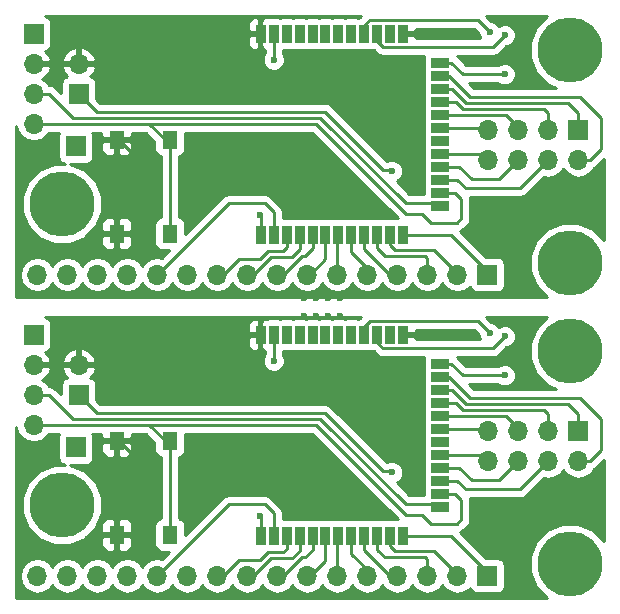
<source format=gbl>
G04 #@! TF.FileFunction,Copper,L2,Bot,Signal*
%FSLAX46Y46*%
G04 Gerber Fmt 4.6, Leading zero omitted, Abs format (unit mm)*
G04 Created by KiCad (PCBNEW 4.0.7) date 07/17/18 15:17:27*
%MOMM*%
%LPD*%
G01*
G04 APERTURE LIST*
%ADD10C,0.100000*%
%ADD11R,1.700000X1.700000*%
%ADD12O,1.700000X1.700000*%
%ADD13R,1.300000X1.550000*%
%ADD14C,5.500000*%
%ADD15R,0.900000X1.500000*%
%ADD16R,1.500000X0.900000*%
%ADD17C,0.600000*%
%ADD18C,0.250000*%
%ADD19C,0.254000*%
G04 APERTURE END LIST*
D10*
D11*
X18161000Y-49630000D03*
X60706000Y-48233000D03*
D12*
X60706000Y-50773000D03*
X58166000Y-48233000D03*
X58166000Y-50773000D03*
X55626000Y-48233000D03*
X55626000Y-50773000D03*
X53086000Y-48233000D03*
X53086000Y-50773000D03*
D11*
X18415000Y-45185000D03*
D12*
X18415000Y-42645000D03*
D11*
X53000000Y-60500000D03*
D12*
X50460000Y-60500000D03*
X47920000Y-60500000D03*
X45380000Y-60500000D03*
X42840000Y-60500000D03*
X40300000Y-60500000D03*
X37760000Y-60500000D03*
X35220000Y-60500000D03*
X32680000Y-60500000D03*
X30140000Y-60500000D03*
X27600000Y-60500000D03*
X25060000Y-60500000D03*
X22520000Y-60500000D03*
X19980000Y-60500000D03*
X17440000Y-60500000D03*
X14900000Y-60500000D03*
D13*
X21626000Y-57039000D03*
X26126000Y-57039000D03*
X26126000Y-49079000D03*
X21626000Y-49079000D03*
D14*
X17000000Y-54500000D03*
X60000000Y-41500000D03*
X60000000Y-59500000D03*
D11*
X14605000Y-40105000D03*
D12*
X14605000Y-42645000D03*
X14605000Y-45185000D03*
X14605000Y-47725000D03*
D15*
X33808000Y-40114000D03*
X34908000Y-40114000D03*
X36008000Y-40114000D03*
X37108000Y-40114000D03*
X38208000Y-40114000D03*
X39308000Y-40114000D03*
X40408000Y-40114000D03*
X41508000Y-40114000D03*
X42608000Y-40114000D03*
X43708000Y-40114000D03*
X44808000Y-40114000D03*
X45908000Y-40114000D03*
D16*
X49008000Y-42564000D03*
X49008000Y-43664000D03*
X49008000Y-44764000D03*
X49008000Y-45864000D03*
X49008000Y-46964000D03*
X49008000Y-48064000D03*
X49008000Y-49164000D03*
X49008000Y-50264000D03*
X49008000Y-51364000D03*
X49008000Y-52464000D03*
X49008000Y-53564000D03*
X49008000Y-54664000D03*
D15*
X45908000Y-57114000D03*
X44808000Y-57114000D03*
X43708000Y-57114000D03*
X42608000Y-57114000D03*
X41508000Y-57114000D03*
X40408000Y-57114000D03*
X39308000Y-57114000D03*
X38208000Y-57114000D03*
X37108000Y-57114000D03*
X36008000Y-57114000D03*
X34908000Y-57114000D03*
X33808000Y-57114000D03*
X33808000Y-14614000D03*
X34908000Y-14614000D03*
X36008000Y-14614000D03*
X37108000Y-14614000D03*
X38208000Y-14614000D03*
X39308000Y-14614000D03*
X40408000Y-14614000D03*
X41508000Y-14614000D03*
X42608000Y-14614000D03*
X43708000Y-14614000D03*
X44808000Y-14614000D03*
X45908000Y-14614000D03*
D16*
X49008000Y-17064000D03*
X49008000Y-18164000D03*
X49008000Y-19264000D03*
X49008000Y-20364000D03*
X49008000Y-21464000D03*
X49008000Y-22564000D03*
X49008000Y-23664000D03*
X49008000Y-24764000D03*
X49008000Y-25864000D03*
X49008000Y-26964000D03*
X49008000Y-28064000D03*
X49008000Y-29164000D03*
D15*
X45908000Y-31614000D03*
X44808000Y-31614000D03*
X43708000Y-31614000D03*
X42608000Y-31614000D03*
X41508000Y-31614000D03*
X40408000Y-31614000D03*
X39308000Y-31614000D03*
X38208000Y-31614000D03*
X37108000Y-31614000D03*
X36008000Y-31614000D03*
X34908000Y-31614000D03*
X33808000Y-31614000D03*
D11*
X14605000Y-14605000D03*
D12*
X14605000Y-17145000D03*
X14605000Y-19685000D03*
X14605000Y-22225000D03*
D14*
X60000000Y-34000000D03*
X60000000Y-16000000D03*
X17000000Y-29000000D03*
D13*
X21626000Y-31539000D03*
X26126000Y-31539000D03*
X26126000Y-23579000D03*
X21626000Y-23579000D03*
D11*
X53000000Y-35000000D03*
D12*
X50460000Y-35000000D03*
X47920000Y-35000000D03*
X45380000Y-35000000D03*
X42840000Y-35000000D03*
X40300000Y-35000000D03*
X37760000Y-35000000D03*
X35220000Y-35000000D03*
X32680000Y-35000000D03*
X30140000Y-35000000D03*
X27600000Y-35000000D03*
X25060000Y-35000000D03*
X22520000Y-35000000D03*
X19980000Y-35000000D03*
X17440000Y-35000000D03*
X14900000Y-35000000D03*
D11*
X18415000Y-19685000D03*
D12*
X18415000Y-17145000D03*
D11*
X60706000Y-22733000D03*
D12*
X60706000Y-25273000D03*
X58166000Y-22733000D03*
X58166000Y-25273000D03*
X55626000Y-22733000D03*
X55626000Y-25273000D03*
X53086000Y-22733000D03*
X53086000Y-25273000D03*
D11*
X18161000Y-24130000D03*
D17*
X39500000Y-38500000D03*
X39500000Y-37000000D03*
X40500000Y-38500000D03*
X38500000Y-38500000D03*
X37500000Y-38500000D03*
X40500000Y-37000000D03*
X37500000Y-37000000D03*
X38500000Y-37000000D03*
X44831000Y-40105000D03*
X44831000Y-14605000D03*
X45847000Y-40105000D03*
X46990000Y-51742000D03*
X51054000Y-40105000D03*
X56388000Y-42899000D03*
X31369000Y-50900000D03*
X39243000Y-54075000D03*
X23622000Y-50900000D03*
X23622000Y-25400000D03*
X39243000Y-28575000D03*
X31369000Y-25400000D03*
X56388000Y-17399000D03*
X51054000Y-14605000D03*
X46990000Y-26242000D03*
X45847000Y-14605000D03*
X33782000Y-55472000D03*
X33782000Y-29972000D03*
X54483000Y-43534000D03*
X54483000Y-18034000D03*
X54483000Y-40232000D03*
X54483000Y-14732000D03*
X53213000Y-39978000D03*
X53213000Y-14478000D03*
X34925000Y-42311000D03*
X34925000Y-16811000D03*
X39243000Y-40232000D03*
X39243000Y-14732000D03*
X38227000Y-40105000D03*
X38227000Y-14605000D03*
X37084000Y-40105000D03*
X37084000Y-14605000D03*
X36068000Y-40105000D03*
X36068000Y-14605000D03*
X44958000Y-51742000D03*
X44958000Y-26242000D03*
X49008000Y-49164000D03*
X49008000Y-23664000D03*
D18*
X44822000Y-40114000D02*
X44808000Y-40114000D01*
X44831000Y-40105000D02*
X44822000Y-40114000D01*
X44831000Y-14605000D02*
X44822000Y-14614000D01*
X44822000Y-14614000D02*
X44808000Y-14614000D01*
X45856000Y-40114000D02*
X45908000Y-40114000D01*
X45847000Y-40105000D02*
X45856000Y-40114000D01*
X47000000Y-51732000D02*
X46990000Y-51742000D01*
X47000000Y-51500000D02*
X47000000Y-51732000D01*
X21626000Y-49079000D02*
X21801000Y-49079000D01*
X45908000Y-40114000D02*
X51045000Y-40114000D01*
X51045000Y-40114000D02*
X51054000Y-40105000D01*
X31369000Y-50900000D02*
X36068000Y-50900000D01*
X23622000Y-50900000D02*
X21801000Y-49079000D01*
X39243000Y-54075000D02*
X36068000Y-50900000D01*
X39243000Y-28575000D02*
X36068000Y-25400000D01*
X23622000Y-25400000D02*
X21801000Y-23579000D01*
X31369000Y-25400000D02*
X36068000Y-25400000D01*
X51045000Y-14614000D02*
X51054000Y-14605000D01*
X45908000Y-14614000D02*
X51045000Y-14614000D01*
X21626000Y-23579000D02*
X21801000Y-23579000D01*
X47000000Y-26000000D02*
X47000000Y-26232000D01*
X47000000Y-26232000D02*
X46990000Y-26242000D01*
X45847000Y-14605000D02*
X45856000Y-14614000D01*
X45856000Y-14614000D02*
X45908000Y-14614000D01*
X33791000Y-57114000D02*
X33808000Y-57114000D01*
X33782000Y-55472000D02*
X33808000Y-55498000D01*
X33808000Y-55498000D02*
X33808000Y-57114000D01*
X33808000Y-29998000D02*
X33808000Y-31614000D01*
X33782000Y-29972000D02*
X33808000Y-29998000D01*
X33791000Y-31614000D02*
X33808000Y-31614000D01*
X49008000Y-42631000D02*
X49008000Y-42564000D01*
X49957000Y-42564000D02*
X50927000Y-43534000D01*
X50927000Y-43534000D02*
X54483000Y-43534000D01*
X49008000Y-42564000D02*
X49957000Y-42564000D01*
X49008000Y-17064000D02*
X49957000Y-17064000D01*
X50927000Y-18034000D02*
X54483000Y-18034000D01*
X49957000Y-17064000D02*
X50927000Y-18034000D01*
X49008000Y-17131000D02*
X49008000Y-17064000D01*
X43708000Y-40760000D02*
X44196000Y-41248000D01*
X44196000Y-41248000D02*
X53467000Y-41248000D01*
X53467000Y-41248000D02*
X54483000Y-40232000D01*
X43708000Y-40114000D02*
X43708000Y-40760000D01*
X43708000Y-14614000D02*
X43708000Y-15260000D01*
X53467000Y-15748000D02*
X54483000Y-14732000D01*
X44196000Y-15748000D02*
X53467000Y-15748000D01*
X43708000Y-15260000D02*
X44196000Y-15748000D01*
X42608000Y-39407000D02*
X43053000Y-38962000D01*
X43053000Y-38962000D02*
X52197000Y-38962000D01*
X52197000Y-38962000D02*
X53213000Y-39978000D01*
X42608000Y-40114000D02*
X42608000Y-39407000D01*
X42608000Y-14614000D02*
X42608000Y-13907000D01*
X52197000Y-13462000D02*
X53213000Y-14478000D01*
X43053000Y-13462000D02*
X52197000Y-13462000D01*
X42608000Y-13907000D02*
X43053000Y-13462000D01*
X25745000Y-48825000D02*
X25781000Y-48868000D01*
X24384000Y-47725000D02*
X14605000Y-47725000D01*
X25781000Y-49122000D02*
X24384000Y-47725000D01*
X26126000Y-49534083D02*
X25781000Y-49122000D01*
X38481000Y-47725000D02*
X46101000Y-55345000D01*
X46101000Y-55345000D02*
X47498000Y-55345000D01*
X47498000Y-55345000D02*
X48260000Y-56107000D01*
X48260000Y-56107000D02*
X50419000Y-56107000D01*
X50419000Y-56107000D02*
X50800000Y-55726000D01*
X50800000Y-55726000D02*
X50800000Y-54075000D01*
X50800000Y-54075000D02*
X50289000Y-53564000D01*
X50289000Y-53564000D02*
X49008000Y-53564000D01*
X24384000Y-47725000D02*
X38481000Y-47725000D01*
X26126000Y-57039000D02*
X26126000Y-49079000D01*
X26126000Y-31539000D02*
X26126000Y-23579000D01*
X24384000Y-22225000D02*
X38481000Y-22225000D01*
X50289000Y-28064000D02*
X49008000Y-28064000D01*
X50800000Y-28575000D02*
X50289000Y-28064000D01*
X50800000Y-30226000D02*
X50800000Y-28575000D01*
X50419000Y-30607000D02*
X50800000Y-30226000D01*
X48260000Y-30607000D02*
X50419000Y-30607000D01*
X47498000Y-29845000D02*
X48260000Y-30607000D01*
X46101000Y-29845000D02*
X47498000Y-29845000D01*
X38481000Y-22225000D02*
X46101000Y-29845000D01*
X26126000Y-24034083D02*
X25781000Y-23622000D01*
X25781000Y-23622000D02*
X24384000Y-22225000D01*
X24384000Y-22225000D02*
X14605000Y-22225000D01*
X25745000Y-23325000D02*
X25781000Y-23368000D01*
X34908000Y-42294000D02*
X34925000Y-42311000D01*
X34908000Y-40114000D02*
X34908000Y-42294000D01*
X34908000Y-14614000D02*
X34908000Y-16794000D01*
X34908000Y-16794000D02*
X34925000Y-16811000D01*
X39308000Y-40167000D02*
X39308000Y-40114000D01*
X39243000Y-40232000D02*
X39308000Y-40167000D01*
X39243000Y-14732000D02*
X39308000Y-14667000D01*
X39308000Y-14667000D02*
X39308000Y-14614000D01*
X38218000Y-40114000D02*
X38208000Y-40114000D01*
X38227000Y-40105000D02*
X38218000Y-40114000D01*
X38227000Y-14605000D02*
X38218000Y-14614000D01*
X38218000Y-14614000D02*
X38208000Y-14614000D01*
X37093000Y-40114000D02*
X37108000Y-40114000D01*
X37084000Y-40105000D02*
X37093000Y-40114000D01*
X37084000Y-14605000D02*
X37093000Y-14614000D01*
X37093000Y-14614000D02*
X37108000Y-14614000D01*
X36059000Y-40114000D02*
X36008000Y-40114000D01*
X36068000Y-40105000D02*
X36059000Y-40114000D01*
X36068000Y-14605000D02*
X36059000Y-14614000D01*
X36059000Y-14614000D02*
X36008000Y-14614000D01*
X49902000Y-57114000D02*
X45908000Y-57114000D01*
X53000000Y-60212000D02*
X49902000Y-57114000D01*
X53000000Y-60500000D02*
X53000000Y-60212000D01*
X53000000Y-35000000D02*
X53000000Y-34712000D01*
X53000000Y-34712000D02*
X49902000Y-31614000D01*
X49902000Y-31614000D02*
X45908000Y-31614000D01*
X50460000Y-60500000D02*
X50460000Y-60085000D01*
X48514000Y-58393000D02*
X45212000Y-58393000D01*
X45212000Y-58393000D02*
X44808000Y-57989000D01*
X44808000Y-57989000D02*
X44808000Y-57114000D01*
X50460000Y-60339000D02*
X48514000Y-58393000D01*
X50460000Y-60500000D02*
X50460000Y-60339000D01*
X50460000Y-35000000D02*
X50460000Y-34839000D01*
X50460000Y-34839000D02*
X48514000Y-32893000D01*
X44808000Y-32489000D02*
X44808000Y-31614000D01*
X45212000Y-32893000D02*
X44808000Y-32489000D01*
X48514000Y-32893000D02*
X45212000Y-32893000D01*
X50460000Y-35000000D02*
X50460000Y-34585000D01*
X47920000Y-59069000D02*
X47752000Y-58901000D01*
X47752000Y-58901000D02*
X44323000Y-58901000D01*
X44323000Y-58901000D02*
X43708000Y-58286000D01*
X43708000Y-58286000D02*
X43708000Y-57114000D01*
X47920000Y-60500000D02*
X47920000Y-59069000D01*
X47920000Y-35000000D02*
X47920000Y-33569000D01*
X43708000Y-32786000D02*
X43708000Y-31614000D01*
X44323000Y-33401000D02*
X43708000Y-32786000D01*
X47752000Y-33401000D02*
X44323000Y-33401000D01*
X47920000Y-33569000D02*
X47752000Y-33401000D01*
X42608000Y-58329000D02*
X42608000Y-57114000D01*
X44779000Y-60500000D02*
X42608000Y-58329000D01*
X45380000Y-60500000D02*
X44779000Y-60500000D01*
X45380000Y-35000000D02*
X44779000Y-35000000D01*
X44779000Y-35000000D02*
X42608000Y-32829000D01*
X42608000Y-32829000D02*
X42608000Y-31614000D01*
X41508000Y-58626000D02*
X41508000Y-57114000D01*
X42840000Y-59958000D02*
X41508000Y-58626000D01*
X42840000Y-60500000D02*
X42840000Y-59958000D01*
X42840000Y-35000000D02*
X42840000Y-34458000D01*
X42840000Y-34458000D02*
X41508000Y-33126000D01*
X41508000Y-33126000D02*
X41508000Y-31614000D01*
X40300000Y-57222000D02*
X40408000Y-57114000D01*
X40300000Y-60500000D02*
X40300000Y-57222000D01*
X40300000Y-35000000D02*
X40300000Y-31722000D01*
X40300000Y-31722000D02*
X40408000Y-31614000D01*
X39308000Y-59217000D02*
X39308000Y-57114000D01*
X38025000Y-60500000D02*
X39308000Y-59217000D01*
X37760000Y-60500000D02*
X38025000Y-60500000D01*
X37760000Y-35000000D02*
X38025000Y-35000000D01*
X38025000Y-35000000D02*
X39308000Y-33717000D01*
X39308000Y-33717000D02*
X39308000Y-31614000D01*
X38208000Y-58285000D02*
X38208000Y-57114000D01*
X37592000Y-58901000D02*
X38208000Y-58285000D01*
X37338000Y-58901000D02*
X37592000Y-58901000D01*
X35739000Y-60500000D02*
X37338000Y-58901000D01*
X35220000Y-60500000D02*
X35739000Y-60500000D01*
X35220000Y-35000000D02*
X35739000Y-35000000D01*
X35739000Y-35000000D02*
X37338000Y-33401000D01*
X37338000Y-33401000D02*
X37592000Y-33401000D01*
X37592000Y-33401000D02*
X38208000Y-32785000D01*
X38208000Y-32785000D02*
X38208000Y-31614000D01*
X37108000Y-58369000D02*
X37108000Y-57114000D01*
X36449000Y-59028000D02*
X37108000Y-58369000D01*
X34671000Y-59028000D02*
X36449000Y-59028000D01*
X33199000Y-60500000D02*
X34671000Y-59028000D01*
X32680000Y-60500000D02*
X33199000Y-60500000D01*
X32680000Y-35000000D02*
X33199000Y-35000000D01*
X33199000Y-35000000D02*
X34671000Y-33528000D01*
X34671000Y-33528000D02*
X36449000Y-33528000D01*
X36449000Y-33528000D02*
X37108000Y-32869000D01*
X37108000Y-32869000D02*
X37108000Y-31614000D01*
X36008000Y-58199000D02*
X36008000Y-57114000D01*
X35687000Y-58520000D02*
X36008000Y-58199000D01*
X34417000Y-58520000D02*
X35687000Y-58520000D01*
X33782000Y-59155000D02*
X34417000Y-58520000D01*
X32004000Y-59155000D02*
X33782000Y-59155000D01*
X30659000Y-60500000D02*
X32004000Y-59155000D01*
X30140000Y-60500000D02*
X30659000Y-60500000D01*
X30140000Y-35000000D02*
X30659000Y-35000000D01*
X30659000Y-35000000D02*
X32004000Y-33655000D01*
X32004000Y-33655000D02*
X33782000Y-33655000D01*
X33782000Y-33655000D02*
X34417000Y-33020000D01*
X34417000Y-33020000D02*
X35687000Y-33020000D01*
X35687000Y-33020000D02*
X36008000Y-32699000D01*
X36008000Y-32699000D02*
X36008000Y-31614000D01*
X25060000Y-60500000D02*
X25060000Y-60384000D01*
X25060000Y-60500000D02*
X25071000Y-60500000D01*
X25071000Y-60500000D02*
X31115000Y-54456000D01*
X31115000Y-54456000D02*
X34163000Y-54456000D01*
X34163000Y-54456000D02*
X34908000Y-55201000D01*
X34908000Y-55201000D02*
X34908000Y-57114000D01*
X34908000Y-29701000D02*
X34908000Y-31614000D01*
X34163000Y-28956000D02*
X34908000Y-29701000D01*
X31115000Y-28956000D02*
X34163000Y-28956000D01*
X25071000Y-35000000D02*
X31115000Y-28956000D01*
X25060000Y-35000000D02*
X25071000Y-35000000D01*
X25060000Y-35000000D02*
X25060000Y-34884000D01*
X15875000Y-45185000D02*
X14605000Y-45185000D01*
X17907000Y-47217000D02*
X15875000Y-45185000D01*
X38862000Y-47217000D02*
X17907000Y-47217000D01*
X46101000Y-54456000D02*
X38862000Y-47217000D01*
X48768000Y-54456000D02*
X46101000Y-54456000D01*
X49022000Y-54710000D02*
X48768000Y-54456000D01*
X49008000Y-54664000D02*
X49022000Y-54710000D01*
X49008000Y-29164000D02*
X49022000Y-29210000D01*
X49022000Y-29210000D02*
X48768000Y-28956000D01*
X48768000Y-28956000D02*
X46101000Y-28956000D01*
X46101000Y-28956000D02*
X38862000Y-21717000D01*
X38862000Y-21717000D02*
X17907000Y-21717000D01*
X17907000Y-21717000D02*
X15875000Y-19685000D01*
X15875000Y-19685000D02*
X14605000Y-19685000D01*
X44878000Y-51662000D02*
X44958000Y-51742000D01*
X44878000Y-51662000D02*
X44196000Y-51662000D01*
X44196000Y-51662000D02*
X39243000Y-46709000D01*
X39243000Y-46709000D02*
X19939000Y-46709000D01*
X18415000Y-45185000D02*
X19939000Y-46709000D01*
X18415000Y-19685000D02*
X19939000Y-21209000D01*
X39243000Y-21209000D02*
X19939000Y-21209000D01*
X44196000Y-26162000D02*
X39243000Y-21209000D01*
X44878000Y-26162000D02*
X44196000Y-26162000D01*
X44878000Y-26162000D02*
X44958000Y-26242000D01*
X52577000Y-50264000D02*
X53086000Y-50773000D01*
X49008000Y-50264000D02*
X52577000Y-50264000D01*
X49008000Y-24764000D02*
X52577000Y-24764000D01*
X52577000Y-24764000D02*
X53086000Y-25273000D01*
X52917000Y-48064000D02*
X53086000Y-48233000D01*
X49008000Y-48064000D02*
X52917000Y-48064000D01*
X49008000Y-22564000D02*
X52917000Y-22564000D01*
X52917000Y-22564000D02*
X53086000Y-22733000D01*
X50629000Y-51364000D02*
X51689000Y-52424000D01*
X51689000Y-52424000D02*
X53975000Y-52424000D01*
X53975000Y-52424000D02*
X55626000Y-50773000D01*
X49008000Y-51364000D02*
X50629000Y-51364000D01*
X49008000Y-25864000D02*
X50629000Y-25864000D01*
X53975000Y-26924000D02*
X55626000Y-25273000D01*
X51689000Y-26924000D02*
X53975000Y-26924000D01*
X50629000Y-25864000D02*
X51689000Y-26924000D01*
X60706000Y-46836000D02*
X59817000Y-45947000D01*
X59817000Y-45947000D02*
X51181000Y-45947000D01*
X51181000Y-45947000D02*
X49998000Y-44764000D01*
X49998000Y-44764000D02*
X49008000Y-44764000D01*
X60706000Y-48233000D02*
X60706000Y-46836000D01*
X60706000Y-22733000D02*
X60706000Y-21336000D01*
X49998000Y-19264000D02*
X49008000Y-19264000D01*
X51181000Y-20447000D02*
X49998000Y-19264000D01*
X59817000Y-20447000D02*
X51181000Y-20447000D01*
X60706000Y-21336000D02*
X59817000Y-20447000D01*
X61722000Y-50773000D02*
X62611000Y-49884000D01*
X62611000Y-49884000D02*
X62611000Y-47217000D01*
X62611000Y-47217000D02*
X60833000Y-45439000D01*
X60833000Y-45439000D02*
X51562000Y-45439000D01*
X51562000Y-45439000D02*
X49787000Y-43664000D01*
X49787000Y-43664000D02*
X49008000Y-43664000D01*
X60706000Y-50773000D02*
X61722000Y-50773000D01*
X60706000Y-25273000D02*
X61722000Y-25273000D01*
X49787000Y-18164000D02*
X49008000Y-18164000D01*
X51562000Y-19939000D02*
X49787000Y-18164000D01*
X60833000Y-19939000D02*
X51562000Y-19939000D01*
X62611000Y-21717000D02*
X60833000Y-19939000D01*
X62611000Y-24384000D02*
X62611000Y-21717000D01*
X61722000Y-25273000D02*
X62611000Y-24384000D01*
X50336000Y-45864000D02*
X50971000Y-46499000D01*
X50971000Y-46499000D02*
X53072000Y-46499000D01*
X58166000Y-46836000D02*
X58166000Y-48233000D01*
X57829000Y-46499000D02*
X53072000Y-46499000D01*
X58166000Y-46836000D02*
X57829000Y-46499000D01*
X49008000Y-45864000D02*
X50336000Y-45864000D01*
X49008000Y-20364000D02*
X50336000Y-20364000D01*
X58166000Y-21336000D02*
X57829000Y-20999000D01*
X57829000Y-20999000D02*
X53072000Y-20999000D01*
X58166000Y-21336000D02*
X58166000Y-22733000D01*
X50971000Y-20999000D02*
X53072000Y-20999000D01*
X50336000Y-20364000D02*
X50971000Y-20999000D01*
X50459000Y-52464000D02*
X51181000Y-53186000D01*
X51181000Y-53186000D02*
X55753000Y-53186000D01*
X55753000Y-53186000D02*
X58166000Y-50773000D01*
X49008000Y-52464000D02*
X50459000Y-52464000D01*
X49008000Y-26964000D02*
X50459000Y-26964000D01*
X55753000Y-27686000D02*
X58166000Y-25273000D01*
X51181000Y-27686000D02*
X55753000Y-27686000D01*
X50459000Y-26964000D02*
X51181000Y-27686000D01*
X54611000Y-46964000D02*
X49008000Y-46964000D01*
X55626000Y-47979000D02*
X54611000Y-46964000D01*
X55626000Y-48233000D02*
X55626000Y-47979000D01*
X55626000Y-22733000D02*
X55626000Y-22479000D01*
X55626000Y-22479000D02*
X54611000Y-21464000D01*
X54611000Y-21464000D02*
X49008000Y-21464000D01*
D19*
G36*
X13203946Y-22793285D02*
X13525853Y-23275054D01*
X14007622Y-23596961D01*
X14575907Y-23710000D01*
X14634093Y-23710000D01*
X15202378Y-23596961D01*
X15684147Y-23275054D01*
X15877954Y-22985000D01*
X16744025Y-22985000D01*
X16714569Y-23028110D01*
X16663560Y-23280000D01*
X16663560Y-24980000D01*
X16707838Y-25215317D01*
X16846910Y-25431441D01*
X17059110Y-25576431D01*
X17250644Y-25615218D01*
X16329636Y-25614414D01*
X15085057Y-26128663D01*
X14132010Y-27080048D01*
X13615589Y-28323728D01*
X13614414Y-29670364D01*
X14128663Y-30914943D01*
X15080048Y-31867990D01*
X16323728Y-32384411D01*
X17670364Y-32385586D01*
X18914943Y-31871337D01*
X18961611Y-31824750D01*
X20341000Y-31824750D01*
X20341000Y-32440309D01*
X20437673Y-32673698D01*
X20616301Y-32852327D01*
X20849690Y-32949000D01*
X21340250Y-32949000D01*
X21499000Y-32790250D01*
X21499000Y-31666000D01*
X21753000Y-31666000D01*
X21753000Y-32790250D01*
X21911750Y-32949000D01*
X22402310Y-32949000D01*
X22635699Y-32852327D01*
X22814327Y-32673698D01*
X22911000Y-32440309D01*
X22911000Y-31824750D01*
X22752250Y-31666000D01*
X21753000Y-31666000D01*
X21499000Y-31666000D01*
X20499750Y-31666000D01*
X20341000Y-31824750D01*
X18961611Y-31824750D01*
X19867990Y-30919952D01*
X19985194Y-30637691D01*
X20341000Y-30637691D01*
X20341000Y-31253250D01*
X20499750Y-31412000D01*
X21499000Y-31412000D01*
X21499000Y-30287750D01*
X21753000Y-30287750D01*
X21753000Y-31412000D01*
X22752250Y-31412000D01*
X22911000Y-31253250D01*
X22911000Y-30637691D01*
X22814327Y-30404302D01*
X22635699Y-30225673D01*
X22402310Y-30129000D01*
X21911750Y-30129000D01*
X21753000Y-30287750D01*
X21499000Y-30287750D01*
X21340250Y-30129000D01*
X20849690Y-30129000D01*
X20616301Y-30225673D01*
X20437673Y-30404302D01*
X20341000Y-30637691D01*
X19985194Y-30637691D01*
X20384411Y-29676272D01*
X20385586Y-28329636D01*
X19871337Y-27085057D01*
X18919952Y-26132010D01*
X17704812Y-25627440D01*
X19011000Y-25627440D01*
X19246317Y-25583162D01*
X19462441Y-25444090D01*
X19607431Y-25231890D01*
X19658440Y-24980000D01*
X19658440Y-23864750D01*
X20341000Y-23864750D01*
X20341000Y-24480309D01*
X20437673Y-24713698D01*
X20616301Y-24892327D01*
X20849690Y-24989000D01*
X21340250Y-24989000D01*
X21499000Y-24830250D01*
X21499000Y-23706000D01*
X21753000Y-23706000D01*
X21753000Y-24830250D01*
X21911750Y-24989000D01*
X22402310Y-24989000D01*
X22635699Y-24892327D01*
X22814327Y-24713698D01*
X22911000Y-24480309D01*
X22911000Y-23864750D01*
X22752250Y-23706000D01*
X21753000Y-23706000D01*
X21499000Y-23706000D01*
X20499750Y-23706000D01*
X20341000Y-23864750D01*
X19658440Y-23864750D01*
X19658440Y-23280000D01*
X19614162Y-23044683D01*
X19575757Y-22985000D01*
X20341000Y-22985000D01*
X20341000Y-23293250D01*
X20499750Y-23452000D01*
X21499000Y-23452000D01*
X21499000Y-23432000D01*
X21753000Y-23432000D01*
X21753000Y-23452000D01*
X22752250Y-23452000D01*
X22911000Y-23293250D01*
X22911000Y-22985000D01*
X24069198Y-22985000D01*
X24828560Y-23744362D01*
X24828560Y-24354000D01*
X24872838Y-24589317D01*
X25011910Y-24805441D01*
X25224110Y-24950431D01*
X25366000Y-24979164D01*
X25366000Y-30137258D01*
X25240683Y-30160838D01*
X25024559Y-30299910D01*
X24879569Y-30512110D01*
X24828560Y-30764000D01*
X24828560Y-32314000D01*
X24872838Y-32549317D01*
X25011910Y-32765441D01*
X25224110Y-32910431D01*
X25476000Y-32961440D01*
X26034758Y-32961440D01*
X25435583Y-33560615D01*
X25060000Y-33485907D01*
X24491715Y-33598946D01*
X24009946Y-33920853D01*
X23790000Y-34250026D01*
X23570054Y-33920853D01*
X23088285Y-33598946D01*
X22520000Y-33485907D01*
X21951715Y-33598946D01*
X21469946Y-33920853D01*
X21250000Y-34250026D01*
X21030054Y-33920853D01*
X20548285Y-33598946D01*
X19980000Y-33485907D01*
X19411715Y-33598946D01*
X18929946Y-33920853D01*
X18710000Y-34250026D01*
X18490054Y-33920853D01*
X18008285Y-33598946D01*
X17440000Y-33485907D01*
X16871715Y-33598946D01*
X16389946Y-33920853D01*
X16170000Y-34250026D01*
X15950054Y-33920853D01*
X15468285Y-33598946D01*
X14900000Y-33485907D01*
X14331715Y-33598946D01*
X13849946Y-33920853D01*
X13528039Y-34402622D01*
X13415000Y-34970907D01*
X13415000Y-35029093D01*
X13528039Y-35597378D01*
X13849946Y-36079147D01*
X14331715Y-36401054D01*
X14900000Y-36514093D01*
X15468285Y-36401054D01*
X15950054Y-36079147D01*
X16170000Y-35749974D01*
X16389946Y-36079147D01*
X16871715Y-36401054D01*
X17440000Y-36514093D01*
X18008285Y-36401054D01*
X18490054Y-36079147D01*
X18710000Y-35749974D01*
X18929946Y-36079147D01*
X19411715Y-36401054D01*
X19980000Y-36514093D01*
X20548285Y-36401054D01*
X21030054Y-36079147D01*
X21250000Y-35749974D01*
X21469946Y-36079147D01*
X21951715Y-36401054D01*
X22520000Y-36514093D01*
X23088285Y-36401054D01*
X23570054Y-36079147D01*
X23790000Y-35749974D01*
X24009946Y-36079147D01*
X24491715Y-36401054D01*
X25060000Y-36514093D01*
X25628285Y-36401054D01*
X26110054Y-36079147D01*
X26330000Y-35749974D01*
X26549946Y-36079147D01*
X27031715Y-36401054D01*
X27600000Y-36514093D01*
X28168285Y-36401054D01*
X28650054Y-36079147D01*
X28870000Y-35749974D01*
X29089946Y-36079147D01*
X29571715Y-36401054D01*
X30140000Y-36514093D01*
X30708285Y-36401054D01*
X31190054Y-36079147D01*
X31410000Y-35749974D01*
X31629946Y-36079147D01*
X32111715Y-36401054D01*
X32680000Y-36514093D01*
X33248285Y-36401054D01*
X33730054Y-36079147D01*
X33950000Y-35749974D01*
X34169946Y-36079147D01*
X34651715Y-36401054D01*
X35220000Y-36514093D01*
X35788285Y-36401054D01*
X36270054Y-36079147D01*
X36490000Y-35749974D01*
X36709946Y-36079147D01*
X37191715Y-36401054D01*
X37760000Y-36514093D01*
X38328285Y-36401054D01*
X38810054Y-36079147D01*
X39030000Y-35749974D01*
X39249946Y-36079147D01*
X39731715Y-36401054D01*
X40300000Y-36514093D01*
X40868285Y-36401054D01*
X41350054Y-36079147D01*
X41570000Y-35749974D01*
X41789946Y-36079147D01*
X42271715Y-36401054D01*
X42840000Y-36514093D01*
X43408285Y-36401054D01*
X43890054Y-36079147D01*
X44110000Y-35749974D01*
X44329946Y-36079147D01*
X44811715Y-36401054D01*
X45380000Y-36514093D01*
X45948285Y-36401054D01*
X46430054Y-36079147D01*
X46650000Y-35749974D01*
X46869946Y-36079147D01*
X47351715Y-36401054D01*
X47920000Y-36514093D01*
X48488285Y-36401054D01*
X48970054Y-36079147D01*
X49190000Y-35749974D01*
X49409946Y-36079147D01*
X49891715Y-36401054D01*
X50460000Y-36514093D01*
X51028285Y-36401054D01*
X51510054Y-36079147D01*
X51537850Y-36037548D01*
X51546838Y-36085317D01*
X51685910Y-36301441D01*
X51898110Y-36446431D01*
X52150000Y-36497440D01*
X53850000Y-36497440D01*
X54085317Y-36453162D01*
X54301441Y-36314090D01*
X54446431Y-36101890D01*
X54497440Y-35850000D01*
X54497440Y-34150000D01*
X54453162Y-33914683D01*
X54314090Y-33698559D01*
X54101890Y-33553569D01*
X53850000Y-33502560D01*
X52865362Y-33502560D01*
X50678236Y-31315434D01*
X50709839Y-31309148D01*
X50956401Y-31144401D01*
X51337401Y-30763401D01*
X51502148Y-30516840D01*
X51560000Y-30226000D01*
X51560000Y-28575000D01*
X51534340Y-28446000D01*
X55753000Y-28446000D01*
X56043839Y-28388148D01*
X56290401Y-28223401D01*
X57799592Y-26714210D01*
X58166000Y-26787093D01*
X58734285Y-26674054D01*
X59216054Y-26352147D01*
X59436000Y-26022974D01*
X59655946Y-26352147D01*
X60137715Y-26674054D01*
X60706000Y-26787093D01*
X61274285Y-26674054D01*
X61756054Y-26352147D01*
X62007208Y-25976268D01*
X62012839Y-25975148D01*
X62259401Y-25810401D01*
X62873000Y-25196802D01*
X62873000Y-32089082D01*
X62871337Y-32085057D01*
X61919952Y-31132010D01*
X60676272Y-30615589D01*
X59329636Y-30614414D01*
X58085057Y-31128663D01*
X57132010Y-32080048D01*
X56615589Y-33323728D01*
X56614414Y-34670364D01*
X57128663Y-35914943D01*
X58080048Y-36867990D01*
X58092113Y-36873000D01*
X13127000Y-36873000D01*
X13127000Y-22406452D01*
X13203946Y-22793285D01*
X13203946Y-22793285D01*
G37*
X13203946Y-22793285D02*
X13525853Y-23275054D01*
X14007622Y-23596961D01*
X14575907Y-23710000D01*
X14634093Y-23710000D01*
X15202378Y-23596961D01*
X15684147Y-23275054D01*
X15877954Y-22985000D01*
X16744025Y-22985000D01*
X16714569Y-23028110D01*
X16663560Y-23280000D01*
X16663560Y-24980000D01*
X16707838Y-25215317D01*
X16846910Y-25431441D01*
X17059110Y-25576431D01*
X17250644Y-25615218D01*
X16329636Y-25614414D01*
X15085057Y-26128663D01*
X14132010Y-27080048D01*
X13615589Y-28323728D01*
X13614414Y-29670364D01*
X14128663Y-30914943D01*
X15080048Y-31867990D01*
X16323728Y-32384411D01*
X17670364Y-32385586D01*
X18914943Y-31871337D01*
X18961611Y-31824750D01*
X20341000Y-31824750D01*
X20341000Y-32440309D01*
X20437673Y-32673698D01*
X20616301Y-32852327D01*
X20849690Y-32949000D01*
X21340250Y-32949000D01*
X21499000Y-32790250D01*
X21499000Y-31666000D01*
X21753000Y-31666000D01*
X21753000Y-32790250D01*
X21911750Y-32949000D01*
X22402310Y-32949000D01*
X22635699Y-32852327D01*
X22814327Y-32673698D01*
X22911000Y-32440309D01*
X22911000Y-31824750D01*
X22752250Y-31666000D01*
X21753000Y-31666000D01*
X21499000Y-31666000D01*
X20499750Y-31666000D01*
X20341000Y-31824750D01*
X18961611Y-31824750D01*
X19867990Y-30919952D01*
X19985194Y-30637691D01*
X20341000Y-30637691D01*
X20341000Y-31253250D01*
X20499750Y-31412000D01*
X21499000Y-31412000D01*
X21499000Y-30287750D01*
X21753000Y-30287750D01*
X21753000Y-31412000D01*
X22752250Y-31412000D01*
X22911000Y-31253250D01*
X22911000Y-30637691D01*
X22814327Y-30404302D01*
X22635699Y-30225673D01*
X22402310Y-30129000D01*
X21911750Y-30129000D01*
X21753000Y-30287750D01*
X21499000Y-30287750D01*
X21340250Y-30129000D01*
X20849690Y-30129000D01*
X20616301Y-30225673D01*
X20437673Y-30404302D01*
X20341000Y-30637691D01*
X19985194Y-30637691D01*
X20384411Y-29676272D01*
X20385586Y-28329636D01*
X19871337Y-27085057D01*
X18919952Y-26132010D01*
X17704812Y-25627440D01*
X19011000Y-25627440D01*
X19246317Y-25583162D01*
X19462441Y-25444090D01*
X19607431Y-25231890D01*
X19658440Y-24980000D01*
X19658440Y-23864750D01*
X20341000Y-23864750D01*
X20341000Y-24480309D01*
X20437673Y-24713698D01*
X20616301Y-24892327D01*
X20849690Y-24989000D01*
X21340250Y-24989000D01*
X21499000Y-24830250D01*
X21499000Y-23706000D01*
X21753000Y-23706000D01*
X21753000Y-24830250D01*
X21911750Y-24989000D01*
X22402310Y-24989000D01*
X22635699Y-24892327D01*
X22814327Y-24713698D01*
X22911000Y-24480309D01*
X22911000Y-23864750D01*
X22752250Y-23706000D01*
X21753000Y-23706000D01*
X21499000Y-23706000D01*
X20499750Y-23706000D01*
X20341000Y-23864750D01*
X19658440Y-23864750D01*
X19658440Y-23280000D01*
X19614162Y-23044683D01*
X19575757Y-22985000D01*
X20341000Y-22985000D01*
X20341000Y-23293250D01*
X20499750Y-23452000D01*
X21499000Y-23452000D01*
X21499000Y-23432000D01*
X21753000Y-23432000D01*
X21753000Y-23452000D01*
X22752250Y-23452000D01*
X22911000Y-23293250D01*
X22911000Y-22985000D01*
X24069198Y-22985000D01*
X24828560Y-23744362D01*
X24828560Y-24354000D01*
X24872838Y-24589317D01*
X25011910Y-24805441D01*
X25224110Y-24950431D01*
X25366000Y-24979164D01*
X25366000Y-30137258D01*
X25240683Y-30160838D01*
X25024559Y-30299910D01*
X24879569Y-30512110D01*
X24828560Y-30764000D01*
X24828560Y-32314000D01*
X24872838Y-32549317D01*
X25011910Y-32765441D01*
X25224110Y-32910431D01*
X25476000Y-32961440D01*
X26034758Y-32961440D01*
X25435583Y-33560615D01*
X25060000Y-33485907D01*
X24491715Y-33598946D01*
X24009946Y-33920853D01*
X23790000Y-34250026D01*
X23570054Y-33920853D01*
X23088285Y-33598946D01*
X22520000Y-33485907D01*
X21951715Y-33598946D01*
X21469946Y-33920853D01*
X21250000Y-34250026D01*
X21030054Y-33920853D01*
X20548285Y-33598946D01*
X19980000Y-33485907D01*
X19411715Y-33598946D01*
X18929946Y-33920853D01*
X18710000Y-34250026D01*
X18490054Y-33920853D01*
X18008285Y-33598946D01*
X17440000Y-33485907D01*
X16871715Y-33598946D01*
X16389946Y-33920853D01*
X16170000Y-34250026D01*
X15950054Y-33920853D01*
X15468285Y-33598946D01*
X14900000Y-33485907D01*
X14331715Y-33598946D01*
X13849946Y-33920853D01*
X13528039Y-34402622D01*
X13415000Y-34970907D01*
X13415000Y-35029093D01*
X13528039Y-35597378D01*
X13849946Y-36079147D01*
X14331715Y-36401054D01*
X14900000Y-36514093D01*
X15468285Y-36401054D01*
X15950054Y-36079147D01*
X16170000Y-35749974D01*
X16389946Y-36079147D01*
X16871715Y-36401054D01*
X17440000Y-36514093D01*
X18008285Y-36401054D01*
X18490054Y-36079147D01*
X18710000Y-35749974D01*
X18929946Y-36079147D01*
X19411715Y-36401054D01*
X19980000Y-36514093D01*
X20548285Y-36401054D01*
X21030054Y-36079147D01*
X21250000Y-35749974D01*
X21469946Y-36079147D01*
X21951715Y-36401054D01*
X22520000Y-36514093D01*
X23088285Y-36401054D01*
X23570054Y-36079147D01*
X23790000Y-35749974D01*
X24009946Y-36079147D01*
X24491715Y-36401054D01*
X25060000Y-36514093D01*
X25628285Y-36401054D01*
X26110054Y-36079147D01*
X26330000Y-35749974D01*
X26549946Y-36079147D01*
X27031715Y-36401054D01*
X27600000Y-36514093D01*
X28168285Y-36401054D01*
X28650054Y-36079147D01*
X28870000Y-35749974D01*
X29089946Y-36079147D01*
X29571715Y-36401054D01*
X30140000Y-36514093D01*
X30708285Y-36401054D01*
X31190054Y-36079147D01*
X31410000Y-35749974D01*
X31629946Y-36079147D01*
X32111715Y-36401054D01*
X32680000Y-36514093D01*
X33248285Y-36401054D01*
X33730054Y-36079147D01*
X33950000Y-35749974D01*
X34169946Y-36079147D01*
X34651715Y-36401054D01*
X35220000Y-36514093D01*
X35788285Y-36401054D01*
X36270054Y-36079147D01*
X36490000Y-35749974D01*
X36709946Y-36079147D01*
X37191715Y-36401054D01*
X37760000Y-36514093D01*
X38328285Y-36401054D01*
X38810054Y-36079147D01*
X39030000Y-35749974D01*
X39249946Y-36079147D01*
X39731715Y-36401054D01*
X40300000Y-36514093D01*
X40868285Y-36401054D01*
X41350054Y-36079147D01*
X41570000Y-35749974D01*
X41789946Y-36079147D01*
X42271715Y-36401054D01*
X42840000Y-36514093D01*
X43408285Y-36401054D01*
X43890054Y-36079147D01*
X44110000Y-35749974D01*
X44329946Y-36079147D01*
X44811715Y-36401054D01*
X45380000Y-36514093D01*
X45948285Y-36401054D01*
X46430054Y-36079147D01*
X46650000Y-35749974D01*
X46869946Y-36079147D01*
X47351715Y-36401054D01*
X47920000Y-36514093D01*
X48488285Y-36401054D01*
X48970054Y-36079147D01*
X49190000Y-35749974D01*
X49409946Y-36079147D01*
X49891715Y-36401054D01*
X50460000Y-36514093D01*
X51028285Y-36401054D01*
X51510054Y-36079147D01*
X51537850Y-36037548D01*
X51546838Y-36085317D01*
X51685910Y-36301441D01*
X51898110Y-36446431D01*
X52150000Y-36497440D01*
X53850000Y-36497440D01*
X54085317Y-36453162D01*
X54301441Y-36314090D01*
X54446431Y-36101890D01*
X54497440Y-35850000D01*
X54497440Y-34150000D01*
X54453162Y-33914683D01*
X54314090Y-33698559D01*
X54101890Y-33553569D01*
X53850000Y-33502560D01*
X52865362Y-33502560D01*
X50678236Y-31315434D01*
X50709839Y-31309148D01*
X50956401Y-31144401D01*
X51337401Y-30763401D01*
X51502148Y-30516840D01*
X51560000Y-30226000D01*
X51560000Y-28575000D01*
X51534340Y-28446000D01*
X55753000Y-28446000D01*
X56043839Y-28388148D01*
X56290401Y-28223401D01*
X57799592Y-26714210D01*
X58166000Y-26787093D01*
X58734285Y-26674054D01*
X59216054Y-26352147D01*
X59436000Y-26022974D01*
X59655946Y-26352147D01*
X60137715Y-26674054D01*
X60706000Y-26787093D01*
X61274285Y-26674054D01*
X61756054Y-26352147D01*
X62007208Y-25976268D01*
X62012839Y-25975148D01*
X62259401Y-25810401D01*
X62873000Y-25196802D01*
X62873000Y-32089082D01*
X62871337Y-32085057D01*
X61919952Y-31132010D01*
X60676272Y-30615589D01*
X59329636Y-30614414D01*
X58085057Y-31128663D01*
X57132010Y-32080048D01*
X56615589Y-33323728D01*
X56614414Y-34670364D01*
X57128663Y-35914943D01*
X58080048Y-36867990D01*
X58092113Y-36873000D01*
X13127000Y-36873000D01*
X13127000Y-22406452D01*
X13203946Y-22793285D01*
G36*
X45407298Y-30226100D02*
X45354329Y-30236067D01*
X45258000Y-30216560D01*
X44358000Y-30216560D01*
X44254329Y-30236067D01*
X44158000Y-30216560D01*
X43258000Y-30216560D01*
X43154329Y-30236067D01*
X43058000Y-30216560D01*
X42158000Y-30216560D01*
X42054329Y-30236067D01*
X41958000Y-30216560D01*
X41058000Y-30216560D01*
X40954329Y-30236067D01*
X40858000Y-30216560D01*
X39958000Y-30216560D01*
X39854329Y-30236067D01*
X39758000Y-30216560D01*
X38858000Y-30216560D01*
X38754329Y-30236067D01*
X38658000Y-30216560D01*
X37758000Y-30216560D01*
X37654329Y-30236067D01*
X37558000Y-30216560D01*
X36658000Y-30216560D01*
X36554329Y-30236067D01*
X36458000Y-30216560D01*
X35668000Y-30216560D01*
X35668000Y-29701000D01*
X35610148Y-29410161D01*
X35445401Y-29163599D01*
X34700401Y-28418599D01*
X34453839Y-28253852D01*
X34163000Y-28196000D01*
X31115000Y-28196000D01*
X30824161Y-28253852D01*
X30577599Y-28418599D01*
X27423440Y-31572758D01*
X27423440Y-30764000D01*
X27379162Y-30528683D01*
X27240090Y-30312559D01*
X27027890Y-30167569D01*
X26886000Y-30138836D01*
X26886000Y-24980742D01*
X27011317Y-24957162D01*
X27227441Y-24818090D01*
X27372431Y-24605890D01*
X27423440Y-24354000D01*
X27423440Y-22985000D01*
X38166198Y-22985000D01*
X45407298Y-30226100D01*
X45407298Y-30226100D01*
G37*
X45407298Y-30226100D02*
X45354329Y-30236067D01*
X45258000Y-30216560D01*
X44358000Y-30216560D01*
X44254329Y-30236067D01*
X44158000Y-30216560D01*
X43258000Y-30216560D01*
X43154329Y-30236067D01*
X43058000Y-30216560D01*
X42158000Y-30216560D01*
X42054329Y-30236067D01*
X41958000Y-30216560D01*
X41058000Y-30216560D01*
X40954329Y-30236067D01*
X40858000Y-30216560D01*
X39958000Y-30216560D01*
X39854329Y-30236067D01*
X39758000Y-30216560D01*
X38858000Y-30216560D01*
X38754329Y-30236067D01*
X38658000Y-30216560D01*
X37758000Y-30216560D01*
X37654329Y-30236067D01*
X37558000Y-30216560D01*
X36658000Y-30216560D01*
X36554329Y-30236067D01*
X36458000Y-30216560D01*
X35668000Y-30216560D01*
X35668000Y-29701000D01*
X35610148Y-29410161D01*
X35445401Y-29163599D01*
X34700401Y-28418599D01*
X34453839Y-28253852D01*
X34163000Y-28196000D01*
X31115000Y-28196000D01*
X30824161Y-28253852D01*
X30577599Y-28418599D01*
X27423440Y-31572758D01*
X27423440Y-30764000D01*
X27379162Y-30528683D01*
X27240090Y-30312559D01*
X27027890Y-30167569D01*
X26886000Y-30138836D01*
X26886000Y-24980742D01*
X27011317Y-24957162D01*
X27227441Y-24818090D01*
X27372431Y-24605890D01*
X27423440Y-24354000D01*
X27423440Y-22985000D01*
X38166198Y-22985000D01*
X45407298Y-30226100D01*
G36*
X42223638Y-13216560D02*
X42158000Y-13216560D01*
X42054329Y-13236067D01*
X41958000Y-13216560D01*
X41058000Y-13216560D01*
X40954329Y-13236067D01*
X40858000Y-13216560D01*
X39958000Y-13216560D01*
X39854329Y-13236067D01*
X39758000Y-13216560D01*
X38858000Y-13216560D01*
X38754329Y-13236067D01*
X38658000Y-13216560D01*
X37758000Y-13216560D01*
X37654329Y-13236067D01*
X37558000Y-13216560D01*
X36658000Y-13216560D01*
X36554329Y-13236067D01*
X36458000Y-13216560D01*
X35558000Y-13216560D01*
X35454329Y-13236067D01*
X35358000Y-13216560D01*
X34458000Y-13216560D01*
X34386677Y-13229980D01*
X34384310Y-13229000D01*
X34093750Y-13229000D01*
X33935000Y-13387750D01*
X33935000Y-13504640D01*
X33861569Y-13612110D01*
X33810560Y-13864000D01*
X33810560Y-15364000D01*
X33854838Y-15599317D01*
X33935000Y-15723892D01*
X33935000Y-15840250D01*
X34093750Y-15999000D01*
X34148000Y-15999000D01*
X34148000Y-16265507D01*
X34132808Y-16280673D01*
X33990162Y-16624201D01*
X33989838Y-16996167D01*
X34131883Y-17339943D01*
X34394673Y-17603192D01*
X34738201Y-17745838D01*
X35110167Y-17746162D01*
X35453943Y-17604117D01*
X35717192Y-17341327D01*
X35859838Y-16997799D01*
X35860162Y-16625833D01*
X35718117Y-16282057D01*
X35668000Y-16231852D01*
X35668000Y-16011440D01*
X36458000Y-16011440D01*
X36561671Y-15991933D01*
X36658000Y-16011440D01*
X37558000Y-16011440D01*
X37661671Y-15991933D01*
X37758000Y-16011440D01*
X38658000Y-16011440D01*
X38761671Y-15991933D01*
X38858000Y-16011440D01*
X39758000Y-16011440D01*
X39861671Y-15991933D01*
X39958000Y-16011440D01*
X40858000Y-16011440D01*
X40961671Y-15991933D01*
X41058000Y-16011440D01*
X41958000Y-16011440D01*
X42061671Y-15991933D01*
X42158000Y-16011440D01*
X43058000Y-16011440D01*
X43161671Y-15991933D01*
X43258000Y-16011440D01*
X43384638Y-16011440D01*
X43658599Y-16285401D01*
X43905160Y-16450148D01*
X44196000Y-16508000D01*
X47632026Y-16508000D01*
X47610560Y-16614000D01*
X47610560Y-17514000D01*
X47630067Y-17617671D01*
X47610560Y-17714000D01*
X47610560Y-18614000D01*
X47630067Y-18717671D01*
X47610560Y-18814000D01*
X47610560Y-19714000D01*
X47630067Y-19817671D01*
X47610560Y-19914000D01*
X47610560Y-20814000D01*
X47630067Y-20917671D01*
X47610560Y-21014000D01*
X47610560Y-21914000D01*
X47630067Y-22017671D01*
X47610560Y-22114000D01*
X47610560Y-23014000D01*
X47630067Y-23117671D01*
X47610560Y-23214000D01*
X47610560Y-24114000D01*
X47630067Y-24217671D01*
X47610560Y-24314000D01*
X47610560Y-25214000D01*
X47630067Y-25317671D01*
X47610560Y-25414000D01*
X47610560Y-26314000D01*
X47630067Y-26417671D01*
X47610560Y-26514000D01*
X47610560Y-27414000D01*
X47630067Y-27517671D01*
X47610560Y-27614000D01*
X47610560Y-28196000D01*
X46415802Y-28196000D01*
X45322758Y-27102956D01*
X45486943Y-27035117D01*
X45750192Y-26772327D01*
X45892838Y-26428799D01*
X45893162Y-26056833D01*
X45751117Y-25713057D01*
X45488327Y-25449808D01*
X45144799Y-25307162D01*
X44772833Y-25306838D01*
X44542523Y-25402000D01*
X44510802Y-25402000D01*
X39780401Y-20671599D01*
X39533839Y-20506852D01*
X39243000Y-20449000D01*
X20253802Y-20449000D01*
X19912440Y-20107638D01*
X19912440Y-18835000D01*
X19868162Y-18599683D01*
X19729090Y-18383559D01*
X19516890Y-18238569D01*
X19408893Y-18216699D01*
X19686645Y-17911924D01*
X19856476Y-17501890D01*
X19735155Y-17272000D01*
X18542000Y-17272000D01*
X18542000Y-17292000D01*
X18288000Y-17292000D01*
X18288000Y-17272000D01*
X17094845Y-17272000D01*
X16973524Y-17501890D01*
X17143355Y-17911924D01*
X17419501Y-18214937D01*
X17329683Y-18231838D01*
X17113559Y-18370910D01*
X16968569Y-18583110D01*
X16917560Y-18835000D01*
X16917560Y-19652758D01*
X16412401Y-19147599D01*
X16165839Y-18982852D01*
X15878407Y-18925678D01*
X15684147Y-18634946D01*
X15343447Y-18407298D01*
X15486358Y-18340183D01*
X15876645Y-17911924D01*
X16046476Y-17501890D01*
X15925155Y-17272000D01*
X14732000Y-17272000D01*
X14732000Y-17292000D01*
X14478000Y-17292000D01*
X14478000Y-17272000D01*
X14458000Y-17272000D01*
X14458000Y-17018000D01*
X14478000Y-17018000D01*
X14478000Y-16998000D01*
X14732000Y-16998000D01*
X14732000Y-17018000D01*
X15925155Y-17018000D01*
X16046476Y-16788110D01*
X16973524Y-16788110D01*
X17094845Y-17018000D01*
X18288000Y-17018000D01*
X18288000Y-15824181D01*
X18542000Y-15824181D01*
X18542000Y-17018000D01*
X19735155Y-17018000D01*
X19856476Y-16788110D01*
X19686645Y-16378076D01*
X19296358Y-15949817D01*
X18771892Y-15703514D01*
X18542000Y-15824181D01*
X18288000Y-15824181D01*
X18058108Y-15703514D01*
X17533642Y-15949817D01*
X17143355Y-16378076D01*
X16973524Y-16788110D01*
X16046476Y-16788110D01*
X15876645Y-16378076D01*
X15600499Y-16075063D01*
X15690317Y-16058162D01*
X15906441Y-15919090D01*
X16051431Y-15706890D01*
X16102440Y-15455000D01*
X16102440Y-14899750D01*
X32723000Y-14899750D01*
X32723000Y-15490309D01*
X32819673Y-15723698D01*
X32998301Y-15902327D01*
X33231690Y-15999000D01*
X33522250Y-15999000D01*
X33681000Y-15840250D01*
X33681000Y-14741000D01*
X32881750Y-14741000D01*
X32723000Y-14899750D01*
X16102440Y-14899750D01*
X16102440Y-13755000D01*
X16099184Y-13737691D01*
X32723000Y-13737691D01*
X32723000Y-14328250D01*
X32881750Y-14487000D01*
X33681000Y-14487000D01*
X33681000Y-13387750D01*
X33522250Y-13229000D01*
X33231690Y-13229000D01*
X32998301Y-13325673D01*
X32819673Y-13504302D01*
X32723000Y-13737691D01*
X16099184Y-13737691D01*
X16058162Y-13519683D01*
X15919090Y-13303559D01*
X15706890Y-13158569D01*
X15550998Y-13127000D01*
X42313198Y-13127000D01*
X42223638Y-13216560D01*
X42223638Y-13216560D01*
G37*
X42223638Y-13216560D02*
X42158000Y-13216560D01*
X42054329Y-13236067D01*
X41958000Y-13216560D01*
X41058000Y-13216560D01*
X40954329Y-13236067D01*
X40858000Y-13216560D01*
X39958000Y-13216560D01*
X39854329Y-13236067D01*
X39758000Y-13216560D01*
X38858000Y-13216560D01*
X38754329Y-13236067D01*
X38658000Y-13216560D01*
X37758000Y-13216560D01*
X37654329Y-13236067D01*
X37558000Y-13216560D01*
X36658000Y-13216560D01*
X36554329Y-13236067D01*
X36458000Y-13216560D01*
X35558000Y-13216560D01*
X35454329Y-13236067D01*
X35358000Y-13216560D01*
X34458000Y-13216560D01*
X34386677Y-13229980D01*
X34384310Y-13229000D01*
X34093750Y-13229000D01*
X33935000Y-13387750D01*
X33935000Y-13504640D01*
X33861569Y-13612110D01*
X33810560Y-13864000D01*
X33810560Y-15364000D01*
X33854838Y-15599317D01*
X33935000Y-15723892D01*
X33935000Y-15840250D01*
X34093750Y-15999000D01*
X34148000Y-15999000D01*
X34148000Y-16265507D01*
X34132808Y-16280673D01*
X33990162Y-16624201D01*
X33989838Y-16996167D01*
X34131883Y-17339943D01*
X34394673Y-17603192D01*
X34738201Y-17745838D01*
X35110167Y-17746162D01*
X35453943Y-17604117D01*
X35717192Y-17341327D01*
X35859838Y-16997799D01*
X35860162Y-16625833D01*
X35718117Y-16282057D01*
X35668000Y-16231852D01*
X35668000Y-16011440D01*
X36458000Y-16011440D01*
X36561671Y-15991933D01*
X36658000Y-16011440D01*
X37558000Y-16011440D01*
X37661671Y-15991933D01*
X37758000Y-16011440D01*
X38658000Y-16011440D01*
X38761671Y-15991933D01*
X38858000Y-16011440D01*
X39758000Y-16011440D01*
X39861671Y-15991933D01*
X39958000Y-16011440D01*
X40858000Y-16011440D01*
X40961671Y-15991933D01*
X41058000Y-16011440D01*
X41958000Y-16011440D01*
X42061671Y-15991933D01*
X42158000Y-16011440D01*
X43058000Y-16011440D01*
X43161671Y-15991933D01*
X43258000Y-16011440D01*
X43384638Y-16011440D01*
X43658599Y-16285401D01*
X43905160Y-16450148D01*
X44196000Y-16508000D01*
X47632026Y-16508000D01*
X47610560Y-16614000D01*
X47610560Y-17514000D01*
X47630067Y-17617671D01*
X47610560Y-17714000D01*
X47610560Y-18614000D01*
X47630067Y-18717671D01*
X47610560Y-18814000D01*
X47610560Y-19714000D01*
X47630067Y-19817671D01*
X47610560Y-19914000D01*
X47610560Y-20814000D01*
X47630067Y-20917671D01*
X47610560Y-21014000D01*
X47610560Y-21914000D01*
X47630067Y-22017671D01*
X47610560Y-22114000D01*
X47610560Y-23014000D01*
X47630067Y-23117671D01*
X47610560Y-23214000D01*
X47610560Y-24114000D01*
X47630067Y-24217671D01*
X47610560Y-24314000D01*
X47610560Y-25214000D01*
X47630067Y-25317671D01*
X47610560Y-25414000D01*
X47610560Y-26314000D01*
X47630067Y-26417671D01*
X47610560Y-26514000D01*
X47610560Y-27414000D01*
X47630067Y-27517671D01*
X47610560Y-27614000D01*
X47610560Y-28196000D01*
X46415802Y-28196000D01*
X45322758Y-27102956D01*
X45486943Y-27035117D01*
X45750192Y-26772327D01*
X45892838Y-26428799D01*
X45893162Y-26056833D01*
X45751117Y-25713057D01*
X45488327Y-25449808D01*
X45144799Y-25307162D01*
X44772833Y-25306838D01*
X44542523Y-25402000D01*
X44510802Y-25402000D01*
X39780401Y-20671599D01*
X39533839Y-20506852D01*
X39243000Y-20449000D01*
X20253802Y-20449000D01*
X19912440Y-20107638D01*
X19912440Y-18835000D01*
X19868162Y-18599683D01*
X19729090Y-18383559D01*
X19516890Y-18238569D01*
X19408893Y-18216699D01*
X19686645Y-17911924D01*
X19856476Y-17501890D01*
X19735155Y-17272000D01*
X18542000Y-17272000D01*
X18542000Y-17292000D01*
X18288000Y-17292000D01*
X18288000Y-17272000D01*
X17094845Y-17272000D01*
X16973524Y-17501890D01*
X17143355Y-17911924D01*
X17419501Y-18214937D01*
X17329683Y-18231838D01*
X17113559Y-18370910D01*
X16968569Y-18583110D01*
X16917560Y-18835000D01*
X16917560Y-19652758D01*
X16412401Y-19147599D01*
X16165839Y-18982852D01*
X15878407Y-18925678D01*
X15684147Y-18634946D01*
X15343447Y-18407298D01*
X15486358Y-18340183D01*
X15876645Y-17911924D01*
X16046476Y-17501890D01*
X15925155Y-17272000D01*
X14732000Y-17272000D01*
X14732000Y-17292000D01*
X14478000Y-17292000D01*
X14478000Y-17272000D01*
X14458000Y-17272000D01*
X14458000Y-17018000D01*
X14478000Y-17018000D01*
X14478000Y-16998000D01*
X14732000Y-16998000D01*
X14732000Y-17018000D01*
X15925155Y-17018000D01*
X16046476Y-16788110D01*
X16973524Y-16788110D01*
X17094845Y-17018000D01*
X18288000Y-17018000D01*
X18288000Y-15824181D01*
X18542000Y-15824181D01*
X18542000Y-17018000D01*
X19735155Y-17018000D01*
X19856476Y-16788110D01*
X19686645Y-16378076D01*
X19296358Y-15949817D01*
X18771892Y-15703514D01*
X18542000Y-15824181D01*
X18288000Y-15824181D01*
X18058108Y-15703514D01*
X17533642Y-15949817D01*
X17143355Y-16378076D01*
X16973524Y-16788110D01*
X16046476Y-16788110D01*
X15876645Y-16378076D01*
X15600499Y-16075063D01*
X15690317Y-16058162D01*
X15906441Y-15919090D01*
X16051431Y-15706890D01*
X16102440Y-15455000D01*
X16102440Y-14899750D01*
X32723000Y-14899750D01*
X32723000Y-15490309D01*
X32819673Y-15723698D01*
X32998301Y-15902327D01*
X33231690Y-15999000D01*
X33522250Y-15999000D01*
X33681000Y-15840250D01*
X33681000Y-14741000D01*
X32881750Y-14741000D01*
X32723000Y-14899750D01*
X16102440Y-14899750D01*
X16102440Y-13755000D01*
X16099184Y-13737691D01*
X32723000Y-13737691D01*
X32723000Y-14328250D01*
X32881750Y-14487000D01*
X33681000Y-14487000D01*
X33681000Y-13387750D01*
X33522250Y-13229000D01*
X33231690Y-13229000D01*
X32998301Y-13325673D01*
X32819673Y-13504302D01*
X32723000Y-13737691D01*
X16099184Y-13737691D01*
X16058162Y-13519683D01*
X15919090Y-13303559D01*
X15706890Y-13158569D01*
X15550998Y-13127000D01*
X42313198Y-13127000D01*
X42223638Y-13216560D01*
G36*
X58085057Y-13128663D02*
X57132010Y-14080048D01*
X56615589Y-15323728D01*
X56614414Y-16670364D01*
X57128663Y-17914943D01*
X58080048Y-18867990D01*
X58829043Y-19179000D01*
X51876802Y-19179000D01*
X51491802Y-18794000D01*
X53920537Y-18794000D01*
X53952673Y-18826192D01*
X54296201Y-18968838D01*
X54668167Y-18969162D01*
X55011943Y-18827117D01*
X55275192Y-18564327D01*
X55417838Y-18220799D01*
X55418162Y-17848833D01*
X55276117Y-17505057D01*
X55013327Y-17241808D01*
X54669799Y-17099162D01*
X54297833Y-17098838D01*
X53954057Y-17240883D01*
X53920882Y-17274000D01*
X51241802Y-17274000D01*
X50494401Y-16526599D01*
X50466566Y-16508000D01*
X53467000Y-16508000D01*
X53757839Y-16450148D01*
X54004401Y-16285401D01*
X54622680Y-15667122D01*
X54668167Y-15667162D01*
X55011943Y-15525117D01*
X55275192Y-15262327D01*
X55417838Y-14918799D01*
X55418162Y-14546833D01*
X55276117Y-14203057D01*
X55013327Y-13939808D01*
X54669799Y-13797162D01*
X54297833Y-13796838D01*
X53983724Y-13926625D01*
X53743327Y-13685808D01*
X53399799Y-13543162D01*
X53352923Y-13543121D01*
X52936802Y-13127000D01*
X58089082Y-13127000D01*
X58085057Y-13128663D01*
X58085057Y-13128663D01*
G37*
X58085057Y-13128663D02*
X57132010Y-14080048D01*
X56615589Y-15323728D01*
X56614414Y-16670364D01*
X57128663Y-17914943D01*
X58080048Y-18867990D01*
X58829043Y-19179000D01*
X51876802Y-19179000D01*
X51491802Y-18794000D01*
X53920537Y-18794000D01*
X53952673Y-18826192D01*
X54296201Y-18968838D01*
X54668167Y-18969162D01*
X55011943Y-18827117D01*
X55275192Y-18564327D01*
X55417838Y-18220799D01*
X55418162Y-17848833D01*
X55276117Y-17505057D01*
X55013327Y-17241808D01*
X54669799Y-17099162D01*
X54297833Y-17098838D01*
X53954057Y-17240883D01*
X53920882Y-17274000D01*
X51241802Y-17274000D01*
X50494401Y-16526599D01*
X50466566Y-16508000D01*
X53467000Y-16508000D01*
X53757839Y-16450148D01*
X54004401Y-16285401D01*
X54622680Y-15667122D01*
X54668167Y-15667162D01*
X55011943Y-15525117D01*
X55275192Y-15262327D01*
X55417838Y-14918799D01*
X55418162Y-14546833D01*
X55276117Y-14203057D01*
X55013327Y-13939808D01*
X54669799Y-13797162D01*
X54297833Y-13796838D01*
X53983724Y-13926625D01*
X53743327Y-13685808D01*
X53399799Y-13543162D01*
X53352923Y-13543121D01*
X52936802Y-13127000D01*
X58089082Y-13127000D01*
X58085057Y-13128663D01*
G36*
X52277878Y-14617680D02*
X52277838Y-14663167D01*
X52412056Y-14988000D01*
X46993000Y-14988000D01*
X46993000Y-14899750D01*
X46834250Y-14741000D01*
X46035000Y-14741000D01*
X46035000Y-14761000D01*
X45905440Y-14761000D01*
X45905440Y-14467000D01*
X46035000Y-14467000D01*
X46035000Y-14487000D01*
X46834250Y-14487000D01*
X46993000Y-14328250D01*
X46993000Y-14222000D01*
X51882198Y-14222000D01*
X52277878Y-14617680D01*
X52277878Y-14617680D01*
G37*
X52277878Y-14617680D02*
X52277838Y-14663167D01*
X52412056Y-14988000D01*
X46993000Y-14988000D01*
X46993000Y-14899750D01*
X46834250Y-14741000D01*
X46035000Y-14741000D01*
X46035000Y-14761000D01*
X45905440Y-14761000D01*
X45905440Y-14467000D01*
X46035000Y-14467000D01*
X46035000Y-14487000D01*
X46834250Y-14487000D01*
X46993000Y-14328250D01*
X46993000Y-14222000D01*
X51882198Y-14222000D01*
X52277878Y-14617680D01*
G36*
X13203946Y-48293285D02*
X13525853Y-48775054D01*
X14007622Y-49096961D01*
X14575907Y-49210000D01*
X14634093Y-49210000D01*
X15202378Y-49096961D01*
X15684147Y-48775054D01*
X15877954Y-48485000D01*
X16744025Y-48485000D01*
X16714569Y-48528110D01*
X16663560Y-48780000D01*
X16663560Y-50480000D01*
X16707838Y-50715317D01*
X16846910Y-50931441D01*
X17059110Y-51076431D01*
X17250644Y-51115218D01*
X16329636Y-51114414D01*
X15085057Y-51628663D01*
X14132010Y-52580048D01*
X13615589Y-53823728D01*
X13614414Y-55170364D01*
X14128663Y-56414943D01*
X15080048Y-57367990D01*
X16323728Y-57884411D01*
X17670364Y-57885586D01*
X18914943Y-57371337D01*
X18961611Y-57324750D01*
X20341000Y-57324750D01*
X20341000Y-57940309D01*
X20437673Y-58173698D01*
X20616301Y-58352327D01*
X20849690Y-58449000D01*
X21340250Y-58449000D01*
X21499000Y-58290250D01*
X21499000Y-57166000D01*
X21753000Y-57166000D01*
X21753000Y-58290250D01*
X21911750Y-58449000D01*
X22402310Y-58449000D01*
X22635699Y-58352327D01*
X22814327Y-58173698D01*
X22911000Y-57940309D01*
X22911000Y-57324750D01*
X22752250Y-57166000D01*
X21753000Y-57166000D01*
X21499000Y-57166000D01*
X20499750Y-57166000D01*
X20341000Y-57324750D01*
X18961611Y-57324750D01*
X19867990Y-56419952D01*
X19985194Y-56137691D01*
X20341000Y-56137691D01*
X20341000Y-56753250D01*
X20499750Y-56912000D01*
X21499000Y-56912000D01*
X21499000Y-55787750D01*
X21753000Y-55787750D01*
X21753000Y-56912000D01*
X22752250Y-56912000D01*
X22911000Y-56753250D01*
X22911000Y-56137691D01*
X22814327Y-55904302D01*
X22635699Y-55725673D01*
X22402310Y-55629000D01*
X21911750Y-55629000D01*
X21753000Y-55787750D01*
X21499000Y-55787750D01*
X21340250Y-55629000D01*
X20849690Y-55629000D01*
X20616301Y-55725673D01*
X20437673Y-55904302D01*
X20341000Y-56137691D01*
X19985194Y-56137691D01*
X20384411Y-55176272D01*
X20385586Y-53829636D01*
X19871337Y-52585057D01*
X18919952Y-51632010D01*
X17704812Y-51127440D01*
X19011000Y-51127440D01*
X19246317Y-51083162D01*
X19462441Y-50944090D01*
X19607431Y-50731890D01*
X19658440Y-50480000D01*
X19658440Y-49364750D01*
X20341000Y-49364750D01*
X20341000Y-49980309D01*
X20437673Y-50213698D01*
X20616301Y-50392327D01*
X20849690Y-50489000D01*
X21340250Y-50489000D01*
X21499000Y-50330250D01*
X21499000Y-49206000D01*
X21753000Y-49206000D01*
X21753000Y-50330250D01*
X21911750Y-50489000D01*
X22402310Y-50489000D01*
X22635699Y-50392327D01*
X22814327Y-50213698D01*
X22911000Y-49980309D01*
X22911000Y-49364750D01*
X22752250Y-49206000D01*
X21753000Y-49206000D01*
X21499000Y-49206000D01*
X20499750Y-49206000D01*
X20341000Y-49364750D01*
X19658440Y-49364750D01*
X19658440Y-48780000D01*
X19614162Y-48544683D01*
X19575757Y-48485000D01*
X20341000Y-48485000D01*
X20341000Y-48793250D01*
X20499750Y-48952000D01*
X21499000Y-48952000D01*
X21499000Y-48932000D01*
X21753000Y-48932000D01*
X21753000Y-48952000D01*
X22752250Y-48952000D01*
X22911000Y-48793250D01*
X22911000Y-48485000D01*
X24069198Y-48485000D01*
X24828560Y-49244362D01*
X24828560Y-49854000D01*
X24872838Y-50089317D01*
X25011910Y-50305441D01*
X25224110Y-50450431D01*
X25366000Y-50479164D01*
X25366000Y-55637258D01*
X25240683Y-55660838D01*
X25024559Y-55799910D01*
X24879569Y-56012110D01*
X24828560Y-56264000D01*
X24828560Y-57814000D01*
X24872838Y-58049317D01*
X25011910Y-58265441D01*
X25224110Y-58410431D01*
X25476000Y-58461440D01*
X26034758Y-58461440D01*
X25435583Y-59060615D01*
X25060000Y-58985907D01*
X24491715Y-59098946D01*
X24009946Y-59420853D01*
X23790000Y-59750026D01*
X23570054Y-59420853D01*
X23088285Y-59098946D01*
X22520000Y-58985907D01*
X21951715Y-59098946D01*
X21469946Y-59420853D01*
X21250000Y-59750026D01*
X21030054Y-59420853D01*
X20548285Y-59098946D01*
X19980000Y-58985907D01*
X19411715Y-59098946D01*
X18929946Y-59420853D01*
X18710000Y-59750026D01*
X18490054Y-59420853D01*
X18008285Y-59098946D01*
X17440000Y-58985907D01*
X16871715Y-59098946D01*
X16389946Y-59420853D01*
X16170000Y-59750026D01*
X15950054Y-59420853D01*
X15468285Y-59098946D01*
X14900000Y-58985907D01*
X14331715Y-59098946D01*
X13849946Y-59420853D01*
X13528039Y-59902622D01*
X13415000Y-60470907D01*
X13415000Y-60529093D01*
X13528039Y-61097378D01*
X13849946Y-61579147D01*
X14331715Y-61901054D01*
X14900000Y-62014093D01*
X15468285Y-61901054D01*
X15950054Y-61579147D01*
X16170000Y-61249974D01*
X16389946Y-61579147D01*
X16871715Y-61901054D01*
X17440000Y-62014093D01*
X18008285Y-61901054D01*
X18490054Y-61579147D01*
X18710000Y-61249974D01*
X18929946Y-61579147D01*
X19411715Y-61901054D01*
X19980000Y-62014093D01*
X20548285Y-61901054D01*
X21030054Y-61579147D01*
X21250000Y-61249974D01*
X21469946Y-61579147D01*
X21951715Y-61901054D01*
X22520000Y-62014093D01*
X23088285Y-61901054D01*
X23570054Y-61579147D01*
X23790000Y-61249974D01*
X24009946Y-61579147D01*
X24491715Y-61901054D01*
X25060000Y-62014093D01*
X25628285Y-61901054D01*
X26110054Y-61579147D01*
X26330000Y-61249974D01*
X26549946Y-61579147D01*
X27031715Y-61901054D01*
X27600000Y-62014093D01*
X28168285Y-61901054D01*
X28650054Y-61579147D01*
X28870000Y-61249974D01*
X29089946Y-61579147D01*
X29571715Y-61901054D01*
X30140000Y-62014093D01*
X30708285Y-61901054D01*
X31190054Y-61579147D01*
X31410000Y-61249974D01*
X31629946Y-61579147D01*
X32111715Y-61901054D01*
X32680000Y-62014093D01*
X33248285Y-61901054D01*
X33730054Y-61579147D01*
X33950000Y-61249974D01*
X34169946Y-61579147D01*
X34651715Y-61901054D01*
X35220000Y-62014093D01*
X35788285Y-61901054D01*
X36270054Y-61579147D01*
X36490000Y-61249974D01*
X36709946Y-61579147D01*
X37191715Y-61901054D01*
X37760000Y-62014093D01*
X38328285Y-61901054D01*
X38810054Y-61579147D01*
X39030000Y-61249974D01*
X39249946Y-61579147D01*
X39731715Y-61901054D01*
X40300000Y-62014093D01*
X40868285Y-61901054D01*
X41350054Y-61579147D01*
X41570000Y-61249974D01*
X41789946Y-61579147D01*
X42271715Y-61901054D01*
X42840000Y-62014093D01*
X43408285Y-61901054D01*
X43890054Y-61579147D01*
X44110000Y-61249974D01*
X44329946Y-61579147D01*
X44811715Y-61901054D01*
X45380000Y-62014093D01*
X45948285Y-61901054D01*
X46430054Y-61579147D01*
X46650000Y-61249974D01*
X46869946Y-61579147D01*
X47351715Y-61901054D01*
X47920000Y-62014093D01*
X48488285Y-61901054D01*
X48970054Y-61579147D01*
X49190000Y-61249974D01*
X49409946Y-61579147D01*
X49891715Y-61901054D01*
X50460000Y-62014093D01*
X51028285Y-61901054D01*
X51510054Y-61579147D01*
X51537850Y-61537548D01*
X51546838Y-61585317D01*
X51685910Y-61801441D01*
X51898110Y-61946431D01*
X52150000Y-61997440D01*
X53850000Y-61997440D01*
X54085317Y-61953162D01*
X54301441Y-61814090D01*
X54446431Y-61601890D01*
X54497440Y-61350000D01*
X54497440Y-59650000D01*
X54453162Y-59414683D01*
X54314090Y-59198559D01*
X54101890Y-59053569D01*
X53850000Y-59002560D01*
X52865362Y-59002560D01*
X50678236Y-56815434D01*
X50709839Y-56809148D01*
X50956401Y-56644401D01*
X51337401Y-56263401D01*
X51502148Y-56016840D01*
X51560000Y-55726000D01*
X51560000Y-54075000D01*
X51534340Y-53946000D01*
X55753000Y-53946000D01*
X56043839Y-53888148D01*
X56290401Y-53723401D01*
X57799592Y-52214210D01*
X58166000Y-52287093D01*
X58734285Y-52174054D01*
X59216054Y-51852147D01*
X59436000Y-51522974D01*
X59655946Y-51852147D01*
X60137715Y-52174054D01*
X60706000Y-52287093D01*
X61274285Y-52174054D01*
X61756054Y-51852147D01*
X62007208Y-51476268D01*
X62012839Y-51475148D01*
X62259401Y-51310401D01*
X62873000Y-50696802D01*
X62873000Y-57589082D01*
X62871337Y-57585057D01*
X61919952Y-56632010D01*
X60676272Y-56115589D01*
X59329636Y-56114414D01*
X58085057Y-56628663D01*
X57132010Y-57580048D01*
X56615589Y-58823728D01*
X56614414Y-60170364D01*
X57128663Y-61414943D01*
X58080048Y-62367990D01*
X58092113Y-62373000D01*
X13127000Y-62373000D01*
X13127000Y-47906452D01*
X13203946Y-48293285D01*
X13203946Y-48293285D01*
G37*
X13203946Y-48293285D02*
X13525853Y-48775054D01*
X14007622Y-49096961D01*
X14575907Y-49210000D01*
X14634093Y-49210000D01*
X15202378Y-49096961D01*
X15684147Y-48775054D01*
X15877954Y-48485000D01*
X16744025Y-48485000D01*
X16714569Y-48528110D01*
X16663560Y-48780000D01*
X16663560Y-50480000D01*
X16707838Y-50715317D01*
X16846910Y-50931441D01*
X17059110Y-51076431D01*
X17250644Y-51115218D01*
X16329636Y-51114414D01*
X15085057Y-51628663D01*
X14132010Y-52580048D01*
X13615589Y-53823728D01*
X13614414Y-55170364D01*
X14128663Y-56414943D01*
X15080048Y-57367990D01*
X16323728Y-57884411D01*
X17670364Y-57885586D01*
X18914943Y-57371337D01*
X18961611Y-57324750D01*
X20341000Y-57324750D01*
X20341000Y-57940309D01*
X20437673Y-58173698D01*
X20616301Y-58352327D01*
X20849690Y-58449000D01*
X21340250Y-58449000D01*
X21499000Y-58290250D01*
X21499000Y-57166000D01*
X21753000Y-57166000D01*
X21753000Y-58290250D01*
X21911750Y-58449000D01*
X22402310Y-58449000D01*
X22635699Y-58352327D01*
X22814327Y-58173698D01*
X22911000Y-57940309D01*
X22911000Y-57324750D01*
X22752250Y-57166000D01*
X21753000Y-57166000D01*
X21499000Y-57166000D01*
X20499750Y-57166000D01*
X20341000Y-57324750D01*
X18961611Y-57324750D01*
X19867990Y-56419952D01*
X19985194Y-56137691D01*
X20341000Y-56137691D01*
X20341000Y-56753250D01*
X20499750Y-56912000D01*
X21499000Y-56912000D01*
X21499000Y-55787750D01*
X21753000Y-55787750D01*
X21753000Y-56912000D01*
X22752250Y-56912000D01*
X22911000Y-56753250D01*
X22911000Y-56137691D01*
X22814327Y-55904302D01*
X22635699Y-55725673D01*
X22402310Y-55629000D01*
X21911750Y-55629000D01*
X21753000Y-55787750D01*
X21499000Y-55787750D01*
X21340250Y-55629000D01*
X20849690Y-55629000D01*
X20616301Y-55725673D01*
X20437673Y-55904302D01*
X20341000Y-56137691D01*
X19985194Y-56137691D01*
X20384411Y-55176272D01*
X20385586Y-53829636D01*
X19871337Y-52585057D01*
X18919952Y-51632010D01*
X17704812Y-51127440D01*
X19011000Y-51127440D01*
X19246317Y-51083162D01*
X19462441Y-50944090D01*
X19607431Y-50731890D01*
X19658440Y-50480000D01*
X19658440Y-49364750D01*
X20341000Y-49364750D01*
X20341000Y-49980309D01*
X20437673Y-50213698D01*
X20616301Y-50392327D01*
X20849690Y-50489000D01*
X21340250Y-50489000D01*
X21499000Y-50330250D01*
X21499000Y-49206000D01*
X21753000Y-49206000D01*
X21753000Y-50330250D01*
X21911750Y-50489000D01*
X22402310Y-50489000D01*
X22635699Y-50392327D01*
X22814327Y-50213698D01*
X22911000Y-49980309D01*
X22911000Y-49364750D01*
X22752250Y-49206000D01*
X21753000Y-49206000D01*
X21499000Y-49206000D01*
X20499750Y-49206000D01*
X20341000Y-49364750D01*
X19658440Y-49364750D01*
X19658440Y-48780000D01*
X19614162Y-48544683D01*
X19575757Y-48485000D01*
X20341000Y-48485000D01*
X20341000Y-48793250D01*
X20499750Y-48952000D01*
X21499000Y-48952000D01*
X21499000Y-48932000D01*
X21753000Y-48932000D01*
X21753000Y-48952000D01*
X22752250Y-48952000D01*
X22911000Y-48793250D01*
X22911000Y-48485000D01*
X24069198Y-48485000D01*
X24828560Y-49244362D01*
X24828560Y-49854000D01*
X24872838Y-50089317D01*
X25011910Y-50305441D01*
X25224110Y-50450431D01*
X25366000Y-50479164D01*
X25366000Y-55637258D01*
X25240683Y-55660838D01*
X25024559Y-55799910D01*
X24879569Y-56012110D01*
X24828560Y-56264000D01*
X24828560Y-57814000D01*
X24872838Y-58049317D01*
X25011910Y-58265441D01*
X25224110Y-58410431D01*
X25476000Y-58461440D01*
X26034758Y-58461440D01*
X25435583Y-59060615D01*
X25060000Y-58985907D01*
X24491715Y-59098946D01*
X24009946Y-59420853D01*
X23790000Y-59750026D01*
X23570054Y-59420853D01*
X23088285Y-59098946D01*
X22520000Y-58985907D01*
X21951715Y-59098946D01*
X21469946Y-59420853D01*
X21250000Y-59750026D01*
X21030054Y-59420853D01*
X20548285Y-59098946D01*
X19980000Y-58985907D01*
X19411715Y-59098946D01*
X18929946Y-59420853D01*
X18710000Y-59750026D01*
X18490054Y-59420853D01*
X18008285Y-59098946D01*
X17440000Y-58985907D01*
X16871715Y-59098946D01*
X16389946Y-59420853D01*
X16170000Y-59750026D01*
X15950054Y-59420853D01*
X15468285Y-59098946D01*
X14900000Y-58985907D01*
X14331715Y-59098946D01*
X13849946Y-59420853D01*
X13528039Y-59902622D01*
X13415000Y-60470907D01*
X13415000Y-60529093D01*
X13528039Y-61097378D01*
X13849946Y-61579147D01*
X14331715Y-61901054D01*
X14900000Y-62014093D01*
X15468285Y-61901054D01*
X15950054Y-61579147D01*
X16170000Y-61249974D01*
X16389946Y-61579147D01*
X16871715Y-61901054D01*
X17440000Y-62014093D01*
X18008285Y-61901054D01*
X18490054Y-61579147D01*
X18710000Y-61249974D01*
X18929946Y-61579147D01*
X19411715Y-61901054D01*
X19980000Y-62014093D01*
X20548285Y-61901054D01*
X21030054Y-61579147D01*
X21250000Y-61249974D01*
X21469946Y-61579147D01*
X21951715Y-61901054D01*
X22520000Y-62014093D01*
X23088285Y-61901054D01*
X23570054Y-61579147D01*
X23790000Y-61249974D01*
X24009946Y-61579147D01*
X24491715Y-61901054D01*
X25060000Y-62014093D01*
X25628285Y-61901054D01*
X26110054Y-61579147D01*
X26330000Y-61249974D01*
X26549946Y-61579147D01*
X27031715Y-61901054D01*
X27600000Y-62014093D01*
X28168285Y-61901054D01*
X28650054Y-61579147D01*
X28870000Y-61249974D01*
X29089946Y-61579147D01*
X29571715Y-61901054D01*
X30140000Y-62014093D01*
X30708285Y-61901054D01*
X31190054Y-61579147D01*
X31410000Y-61249974D01*
X31629946Y-61579147D01*
X32111715Y-61901054D01*
X32680000Y-62014093D01*
X33248285Y-61901054D01*
X33730054Y-61579147D01*
X33950000Y-61249974D01*
X34169946Y-61579147D01*
X34651715Y-61901054D01*
X35220000Y-62014093D01*
X35788285Y-61901054D01*
X36270054Y-61579147D01*
X36490000Y-61249974D01*
X36709946Y-61579147D01*
X37191715Y-61901054D01*
X37760000Y-62014093D01*
X38328285Y-61901054D01*
X38810054Y-61579147D01*
X39030000Y-61249974D01*
X39249946Y-61579147D01*
X39731715Y-61901054D01*
X40300000Y-62014093D01*
X40868285Y-61901054D01*
X41350054Y-61579147D01*
X41570000Y-61249974D01*
X41789946Y-61579147D01*
X42271715Y-61901054D01*
X42840000Y-62014093D01*
X43408285Y-61901054D01*
X43890054Y-61579147D01*
X44110000Y-61249974D01*
X44329946Y-61579147D01*
X44811715Y-61901054D01*
X45380000Y-62014093D01*
X45948285Y-61901054D01*
X46430054Y-61579147D01*
X46650000Y-61249974D01*
X46869946Y-61579147D01*
X47351715Y-61901054D01*
X47920000Y-62014093D01*
X48488285Y-61901054D01*
X48970054Y-61579147D01*
X49190000Y-61249974D01*
X49409946Y-61579147D01*
X49891715Y-61901054D01*
X50460000Y-62014093D01*
X51028285Y-61901054D01*
X51510054Y-61579147D01*
X51537850Y-61537548D01*
X51546838Y-61585317D01*
X51685910Y-61801441D01*
X51898110Y-61946431D01*
X52150000Y-61997440D01*
X53850000Y-61997440D01*
X54085317Y-61953162D01*
X54301441Y-61814090D01*
X54446431Y-61601890D01*
X54497440Y-61350000D01*
X54497440Y-59650000D01*
X54453162Y-59414683D01*
X54314090Y-59198559D01*
X54101890Y-59053569D01*
X53850000Y-59002560D01*
X52865362Y-59002560D01*
X50678236Y-56815434D01*
X50709839Y-56809148D01*
X50956401Y-56644401D01*
X51337401Y-56263401D01*
X51502148Y-56016840D01*
X51560000Y-55726000D01*
X51560000Y-54075000D01*
X51534340Y-53946000D01*
X55753000Y-53946000D01*
X56043839Y-53888148D01*
X56290401Y-53723401D01*
X57799592Y-52214210D01*
X58166000Y-52287093D01*
X58734285Y-52174054D01*
X59216054Y-51852147D01*
X59436000Y-51522974D01*
X59655946Y-51852147D01*
X60137715Y-52174054D01*
X60706000Y-52287093D01*
X61274285Y-52174054D01*
X61756054Y-51852147D01*
X62007208Y-51476268D01*
X62012839Y-51475148D01*
X62259401Y-51310401D01*
X62873000Y-50696802D01*
X62873000Y-57589082D01*
X62871337Y-57585057D01*
X61919952Y-56632010D01*
X60676272Y-56115589D01*
X59329636Y-56114414D01*
X58085057Y-56628663D01*
X57132010Y-57580048D01*
X56615589Y-58823728D01*
X56614414Y-60170364D01*
X57128663Y-61414943D01*
X58080048Y-62367990D01*
X58092113Y-62373000D01*
X13127000Y-62373000D01*
X13127000Y-47906452D01*
X13203946Y-48293285D01*
G36*
X45407298Y-55726100D02*
X45354329Y-55736067D01*
X45258000Y-55716560D01*
X44358000Y-55716560D01*
X44254329Y-55736067D01*
X44158000Y-55716560D01*
X43258000Y-55716560D01*
X43154329Y-55736067D01*
X43058000Y-55716560D01*
X42158000Y-55716560D01*
X42054329Y-55736067D01*
X41958000Y-55716560D01*
X41058000Y-55716560D01*
X40954329Y-55736067D01*
X40858000Y-55716560D01*
X39958000Y-55716560D01*
X39854329Y-55736067D01*
X39758000Y-55716560D01*
X38858000Y-55716560D01*
X38754329Y-55736067D01*
X38658000Y-55716560D01*
X37758000Y-55716560D01*
X37654329Y-55736067D01*
X37558000Y-55716560D01*
X36658000Y-55716560D01*
X36554329Y-55736067D01*
X36458000Y-55716560D01*
X35668000Y-55716560D01*
X35668000Y-55201000D01*
X35610148Y-54910161D01*
X35445401Y-54663599D01*
X34700401Y-53918599D01*
X34453839Y-53753852D01*
X34163000Y-53696000D01*
X31115000Y-53696000D01*
X30824161Y-53753852D01*
X30577599Y-53918599D01*
X27423440Y-57072758D01*
X27423440Y-56264000D01*
X27379162Y-56028683D01*
X27240090Y-55812559D01*
X27027890Y-55667569D01*
X26886000Y-55638836D01*
X26886000Y-50480742D01*
X27011317Y-50457162D01*
X27227441Y-50318090D01*
X27372431Y-50105890D01*
X27423440Y-49854000D01*
X27423440Y-48485000D01*
X38166198Y-48485000D01*
X45407298Y-55726100D01*
X45407298Y-55726100D01*
G37*
X45407298Y-55726100D02*
X45354329Y-55736067D01*
X45258000Y-55716560D01*
X44358000Y-55716560D01*
X44254329Y-55736067D01*
X44158000Y-55716560D01*
X43258000Y-55716560D01*
X43154329Y-55736067D01*
X43058000Y-55716560D01*
X42158000Y-55716560D01*
X42054329Y-55736067D01*
X41958000Y-55716560D01*
X41058000Y-55716560D01*
X40954329Y-55736067D01*
X40858000Y-55716560D01*
X39958000Y-55716560D01*
X39854329Y-55736067D01*
X39758000Y-55716560D01*
X38858000Y-55716560D01*
X38754329Y-55736067D01*
X38658000Y-55716560D01*
X37758000Y-55716560D01*
X37654329Y-55736067D01*
X37558000Y-55716560D01*
X36658000Y-55716560D01*
X36554329Y-55736067D01*
X36458000Y-55716560D01*
X35668000Y-55716560D01*
X35668000Y-55201000D01*
X35610148Y-54910161D01*
X35445401Y-54663599D01*
X34700401Y-53918599D01*
X34453839Y-53753852D01*
X34163000Y-53696000D01*
X31115000Y-53696000D01*
X30824161Y-53753852D01*
X30577599Y-53918599D01*
X27423440Y-57072758D01*
X27423440Y-56264000D01*
X27379162Y-56028683D01*
X27240090Y-55812559D01*
X27027890Y-55667569D01*
X26886000Y-55638836D01*
X26886000Y-50480742D01*
X27011317Y-50457162D01*
X27227441Y-50318090D01*
X27372431Y-50105890D01*
X27423440Y-49854000D01*
X27423440Y-48485000D01*
X38166198Y-48485000D01*
X45407298Y-55726100D01*
G36*
X42223638Y-38716560D02*
X42158000Y-38716560D01*
X42054329Y-38736067D01*
X41958000Y-38716560D01*
X41058000Y-38716560D01*
X40954329Y-38736067D01*
X40858000Y-38716560D01*
X39958000Y-38716560D01*
X39854329Y-38736067D01*
X39758000Y-38716560D01*
X38858000Y-38716560D01*
X38754329Y-38736067D01*
X38658000Y-38716560D01*
X37758000Y-38716560D01*
X37654329Y-38736067D01*
X37558000Y-38716560D01*
X36658000Y-38716560D01*
X36554329Y-38736067D01*
X36458000Y-38716560D01*
X35558000Y-38716560D01*
X35454329Y-38736067D01*
X35358000Y-38716560D01*
X34458000Y-38716560D01*
X34386677Y-38729980D01*
X34384310Y-38729000D01*
X34093750Y-38729000D01*
X33935000Y-38887750D01*
X33935000Y-39004640D01*
X33861569Y-39112110D01*
X33810560Y-39364000D01*
X33810560Y-40864000D01*
X33854838Y-41099317D01*
X33935000Y-41223892D01*
X33935000Y-41340250D01*
X34093750Y-41499000D01*
X34148000Y-41499000D01*
X34148000Y-41765507D01*
X34132808Y-41780673D01*
X33990162Y-42124201D01*
X33989838Y-42496167D01*
X34131883Y-42839943D01*
X34394673Y-43103192D01*
X34738201Y-43245838D01*
X35110167Y-43246162D01*
X35453943Y-43104117D01*
X35717192Y-42841327D01*
X35859838Y-42497799D01*
X35860162Y-42125833D01*
X35718117Y-41782057D01*
X35668000Y-41731852D01*
X35668000Y-41511440D01*
X36458000Y-41511440D01*
X36561671Y-41491933D01*
X36658000Y-41511440D01*
X37558000Y-41511440D01*
X37661671Y-41491933D01*
X37758000Y-41511440D01*
X38658000Y-41511440D01*
X38761671Y-41491933D01*
X38858000Y-41511440D01*
X39758000Y-41511440D01*
X39861671Y-41491933D01*
X39958000Y-41511440D01*
X40858000Y-41511440D01*
X40961671Y-41491933D01*
X41058000Y-41511440D01*
X41958000Y-41511440D01*
X42061671Y-41491933D01*
X42158000Y-41511440D01*
X43058000Y-41511440D01*
X43161671Y-41491933D01*
X43258000Y-41511440D01*
X43384638Y-41511440D01*
X43658599Y-41785401D01*
X43905160Y-41950148D01*
X44196000Y-42008000D01*
X47632026Y-42008000D01*
X47610560Y-42114000D01*
X47610560Y-43014000D01*
X47630067Y-43117671D01*
X47610560Y-43214000D01*
X47610560Y-44114000D01*
X47630067Y-44217671D01*
X47610560Y-44314000D01*
X47610560Y-45214000D01*
X47630067Y-45317671D01*
X47610560Y-45414000D01*
X47610560Y-46314000D01*
X47630067Y-46417671D01*
X47610560Y-46514000D01*
X47610560Y-47414000D01*
X47630067Y-47517671D01*
X47610560Y-47614000D01*
X47610560Y-48514000D01*
X47630067Y-48617671D01*
X47610560Y-48714000D01*
X47610560Y-49614000D01*
X47630067Y-49717671D01*
X47610560Y-49814000D01*
X47610560Y-50714000D01*
X47630067Y-50817671D01*
X47610560Y-50914000D01*
X47610560Y-51814000D01*
X47630067Y-51917671D01*
X47610560Y-52014000D01*
X47610560Y-52914000D01*
X47630067Y-53017671D01*
X47610560Y-53114000D01*
X47610560Y-53696000D01*
X46415802Y-53696000D01*
X45322758Y-52602956D01*
X45486943Y-52535117D01*
X45750192Y-52272327D01*
X45892838Y-51928799D01*
X45893162Y-51556833D01*
X45751117Y-51213057D01*
X45488327Y-50949808D01*
X45144799Y-50807162D01*
X44772833Y-50806838D01*
X44542523Y-50902000D01*
X44510802Y-50902000D01*
X39780401Y-46171599D01*
X39533839Y-46006852D01*
X39243000Y-45949000D01*
X20253802Y-45949000D01*
X19912440Y-45607638D01*
X19912440Y-44335000D01*
X19868162Y-44099683D01*
X19729090Y-43883559D01*
X19516890Y-43738569D01*
X19408893Y-43716699D01*
X19686645Y-43411924D01*
X19856476Y-43001890D01*
X19735155Y-42772000D01*
X18542000Y-42772000D01*
X18542000Y-42792000D01*
X18288000Y-42792000D01*
X18288000Y-42772000D01*
X17094845Y-42772000D01*
X16973524Y-43001890D01*
X17143355Y-43411924D01*
X17419501Y-43714937D01*
X17329683Y-43731838D01*
X17113559Y-43870910D01*
X16968569Y-44083110D01*
X16917560Y-44335000D01*
X16917560Y-45152758D01*
X16412401Y-44647599D01*
X16165839Y-44482852D01*
X15878407Y-44425678D01*
X15684147Y-44134946D01*
X15343447Y-43907298D01*
X15486358Y-43840183D01*
X15876645Y-43411924D01*
X16046476Y-43001890D01*
X15925155Y-42772000D01*
X14732000Y-42772000D01*
X14732000Y-42792000D01*
X14478000Y-42792000D01*
X14478000Y-42772000D01*
X14458000Y-42772000D01*
X14458000Y-42518000D01*
X14478000Y-42518000D01*
X14478000Y-42498000D01*
X14732000Y-42498000D01*
X14732000Y-42518000D01*
X15925155Y-42518000D01*
X16046476Y-42288110D01*
X16973524Y-42288110D01*
X17094845Y-42518000D01*
X18288000Y-42518000D01*
X18288000Y-41324181D01*
X18542000Y-41324181D01*
X18542000Y-42518000D01*
X19735155Y-42518000D01*
X19856476Y-42288110D01*
X19686645Y-41878076D01*
X19296358Y-41449817D01*
X18771892Y-41203514D01*
X18542000Y-41324181D01*
X18288000Y-41324181D01*
X18058108Y-41203514D01*
X17533642Y-41449817D01*
X17143355Y-41878076D01*
X16973524Y-42288110D01*
X16046476Y-42288110D01*
X15876645Y-41878076D01*
X15600499Y-41575063D01*
X15690317Y-41558162D01*
X15906441Y-41419090D01*
X16051431Y-41206890D01*
X16102440Y-40955000D01*
X16102440Y-40399750D01*
X32723000Y-40399750D01*
X32723000Y-40990309D01*
X32819673Y-41223698D01*
X32998301Y-41402327D01*
X33231690Y-41499000D01*
X33522250Y-41499000D01*
X33681000Y-41340250D01*
X33681000Y-40241000D01*
X32881750Y-40241000D01*
X32723000Y-40399750D01*
X16102440Y-40399750D01*
X16102440Y-39255000D01*
X16099184Y-39237691D01*
X32723000Y-39237691D01*
X32723000Y-39828250D01*
X32881750Y-39987000D01*
X33681000Y-39987000D01*
X33681000Y-38887750D01*
X33522250Y-38729000D01*
X33231690Y-38729000D01*
X32998301Y-38825673D01*
X32819673Y-39004302D01*
X32723000Y-39237691D01*
X16099184Y-39237691D01*
X16058162Y-39019683D01*
X15919090Y-38803559D01*
X15706890Y-38658569D01*
X15550998Y-38627000D01*
X42313198Y-38627000D01*
X42223638Y-38716560D01*
X42223638Y-38716560D01*
G37*
X42223638Y-38716560D02*
X42158000Y-38716560D01*
X42054329Y-38736067D01*
X41958000Y-38716560D01*
X41058000Y-38716560D01*
X40954329Y-38736067D01*
X40858000Y-38716560D01*
X39958000Y-38716560D01*
X39854329Y-38736067D01*
X39758000Y-38716560D01*
X38858000Y-38716560D01*
X38754329Y-38736067D01*
X38658000Y-38716560D01*
X37758000Y-38716560D01*
X37654329Y-38736067D01*
X37558000Y-38716560D01*
X36658000Y-38716560D01*
X36554329Y-38736067D01*
X36458000Y-38716560D01*
X35558000Y-38716560D01*
X35454329Y-38736067D01*
X35358000Y-38716560D01*
X34458000Y-38716560D01*
X34386677Y-38729980D01*
X34384310Y-38729000D01*
X34093750Y-38729000D01*
X33935000Y-38887750D01*
X33935000Y-39004640D01*
X33861569Y-39112110D01*
X33810560Y-39364000D01*
X33810560Y-40864000D01*
X33854838Y-41099317D01*
X33935000Y-41223892D01*
X33935000Y-41340250D01*
X34093750Y-41499000D01*
X34148000Y-41499000D01*
X34148000Y-41765507D01*
X34132808Y-41780673D01*
X33990162Y-42124201D01*
X33989838Y-42496167D01*
X34131883Y-42839943D01*
X34394673Y-43103192D01*
X34738201Y-43245838D01*
X35110167Y-43246162D01*
X35453943Y-43104117D01*
X35717192Y-42841327D01*
X35859838Y-42497799D01*
X35860162Y-42125833D01*
X35718117Y-41782057D01*
X35668000Y-41731852D01*
X35668000Y-41511440D01*
X36458000Y-41511440D01*
X36561671Y-41491933D01*
X36658000Y-41511440D01*
X37558000Y-41511440D01*
X37661671Y-41491933D01*
X37758000Y-41511440D01*
X38658000Y-41511440D01*
X38761671Y-41491933D01*
X38858000Y-41511440D01*
X39758000Y-41511440D01*
X39861671Y-41491933D01*
X39958000Y-41511440D01*
X40858000Y-41511440D01*
X40961671Y-41491933D01*
X41058000Y-41511440D01*
X41958000Y-41511440D01*
X42061671Y-41491933D01*
X42158000Y-41511440D01*
X43058000Y-41511440D01*
X43161671Y-41491933D01*
X43258000Y-41511440D01*
X43384638Y-41511440D01*
X43658599Y-41785401D01*
X43905160Y-41950148D01*
X44196000Y-42008000D01*
X47632026Y-42008000D01*
X47610560Y-42114000D01*
X47610560Y-43014000D01*
X47630067Y-43117671D01*
X47610560Y-43214000D01*
X47610560Y-44114000D01*
X47630067Y-44217671D01*
X47610560Y-44314000D01*
X47610560Y-45214000D01*
X47630067Y-45317671D01*
X47610560Y-45414000D01*
X47610560Y-46314000D01*
X47630067Y-46417671D01*
X47610560Y-46514000D01*
X47610560Y-47414000D01*
X47630067Y-47517671D01*
X47610560Y-47614000D01*
X47610560Y-48514000D01*
X47630067Y-48617671D01*
X47610560Y-48714000D01*
X47610560Y-49614000D01*
X47630067Y-49717671D01*
X47610560Y-49814000D01*
X47610560Y-50714000D01*
X47630067Y-50817671D01*
X47610560Y-50914000D01*
X47610560Y-51814000D01*
X47630067Y-51917671D01*
X47610560Y-52014000D01*
X47610560Y-52914000D01*
X47630067Y-53017671D01*
X47610560Y-53114000D01*
X47610560Y-53696000D01*
X46415802Y-53696000D01*
X45322758Y-52602956D01*
X45486943Y-52535117D01*
X45750192Y-52272327D01*
X45892838Y-51928799D01*
X45893162Y-51556833D01*
X45751117Y-51213057D01*
X45488327Y-50949808D01*
X45144799Y-50807162D01*
X44772833Y-50806838D01*
X44542523Y-50902000D01*
X44510802Y-50902000D01*
X39780401Y-46171599D01*
X39533839Y-46006852D01*
X39243000Y-45949000D01*
X20253802Y-45949000D01*
X19912440Y-45607638D01*
X19912440Y-44335000D01*
X19868162Y-44099683D01*
X19729090Y-43883559D01*
X19516890Y-43738569D01*
X19408893Y-43716699D01*
X19686645Y-43411924D01*
X19856476Y-43001890D01*
X19735155Y-42772000D01*
X18542000Y-42772000D01*
X18542000Y-42792000D01*
X18288000Y-42792000D01*
X18288000Y-42772000D01*
X17094845Y-42772000D01*
X16973524Y-43001890D01*
X17143355Y-43411924D01*
X17419501Y-43714937D01*
X17329683Y-43731838D01*
X17113559Y-43870910D01*
X16968569Y-44083110D01*
X16917560Y-44335000D01*
X16917560Y-45152758D01*
X16412401Y-44647599D01*
X16165839Y-44482852D01*
X15878407Y-44425678D01*
X15684147Y-44134946D01*
X15343447Y-43907298D01*
X15486358Y-43840183D01*
X15876645Y-43411924D01*
X16046476Y-43001890D01*
X15925155Y-42772000D01*
X14732000Y-42772000D01*
X14732000Y-42792000D01*
X14478000Y-42792000D01*
X14478000Y-42772000D01*
X14458000Y-42772000D01*
X14458000Y-42518000D01*
X14478000Y-42518000D01*
X14478000Y-42498000D01*
X14732000Y-42498000D01*
X14732000Y-42518000D01*
X15925155Y-42518000D01*
X16046476Y-42288110D01*
X16973524Y-42288110D01*
X17094845Y-42518000D01*
X18288000Y-42518000D01*
X18288000Y-41324181D01*
X18542000Y-41324181D01*
X18542000Y-42518000D01*
X19735155Y-42518000D01*
X19856476Y-42288110D01*
X19686645Y-41878076D01*
X19296358Y-41449817D01*
X18771892Y-41203514D01*
X18542000Y-41324181D01*
X18288000Y-41324181D01*
X18058108Y-41203514D01*
X17533642Y-41449817D01*
X17143355Y-41878076D01*
X16973524Y-42288110D01*
X16046476Y-42288110D01*
X15876645Y-41878076D01*
X15600499Y-41575063D01*
X15690317Y-41558162D01*
X15906441Y-41419090D01*
X16051431Y-41206890D01*
X16102440Y-40955000D01*
X16102440Y-40399750D01*
X32723000Y-40399750D01*
X32723000Y-40990309D01*
X32819673Y-41223698D01*
X32998301Y-41402327D01*
X33231690Y-41499000D01*
X33522250Y-41499000D01*
X33681000Y-41340250D01*
X33681000Y-40241000D01*
X32881750Y-40241000D01*
X32723000Y-40399750D01*
X16102440Y-40399750D01*
X16102440Y-39255000D01*
X16099184Y-39237691D01*
X32723000Y-39237691D01*
X32723000Y-39828250D01*
X32881750Y-39987000D01*
X33681000Y-39987000D01*
X33681000Y-38887750D01*
X33522250Y-38729000D01*
X33231690Y-38729000D01*
X32998301Y-38825673D01*
X32819673Y-39004302D01*
X32723000Y-39237691D01*
X16099184Y-39237691D01*
X16058162Y-39019683D01*
X15919090Y-38803559D01*
X15706890Y-38658569D01*
X15550998Y-38627000D01*
X42313198Y-38627000D01*
X42223638Y-38716560D01*
G36*
X58085057Y-38628663D02*
X57132010Y-39580048D01*
X56615589Y-40823728D01*
X56614414Y-42170364D01*
X57128663Y-43414943D01*
X58080048Y-44367990D01*
X58829043Y-44679000D01*
X51876802Y-44679000D01*
X51491802Y-44294000D01*
X53920537Y-44294000D01*
X53952673Y-44326192D01*
X54296201Y-44468838D01*
X54668167Y-44469162D01*
X55011943Y-44327117D01*
X55275192Y-44064327D01*
X55417838Y-43720799D01*
X55418162Y-43348833D01*
X55276117Y-43005057D01*
X55013327Y-42741808D01*
X54669799Y-42599162D01*
X54297833Y-42598838D01*
X53954057Y-42740883D01*
X53920882Y-42774000D01*
X51241802Y-42774000D01*
X50494401Y-42026599D01*
X50466566Y-42008000D01*
X53467000Y-42008000D01*
X53757839Y-41950148D01*
X54004401Y-41785401D01*
X54622680Y-41167122D01*
X54668167Y-41167162D01*
X55011943Y-41025117D01*
X55275192Y-40762327D01*
X55417838Y-40418799D01*
X55418162Y-40046833D01*
X55276117Y-39703057D01*
X55013327Y-39439808D01*
X54669799Y-39297162D01*
X54297833Y-39296838D01*
X53983724Y-39426625D01*
X53743327Y-39185808D01*
X53399799Y-39043162D01*
X53352923Y-39043121D01*
X52936802Y-38627000D01*
X58089082Y-38627000D01*
X58085057Y-38628663D01*
X58085057Y-38628663D01*
G37*
X58085057Y-38628663D02*
X57132010Y-39580048D01*
X56615589Y-40823728D01*
X56614414Y-42170364D01*
X57128663Y-43414943D01*
X58080048Y-44367990D01*
X58829043Y-44679000D01*
X51876802Y-44679000D01*
X51491802Y-44294000D01*
X53920537Y-44294000D01*
X53952673Y-44326192D01*
X54296201Y-44468838D01*
X54668167Y-44469162D01*
X55011943Y-44327117D01*
X55275192Y-44064327D01*
X55417838Y-43720799D01*
X55418162Y-43348833D01*
X55276117Y-43005057D01*
X55013327Y-42741808D01*
X54669799Y-42599162D01*
X54297833Y-42598838D01*
X53954057Y-42740883D01*
X53920882Y-42774000D01*
X51241802Y-42774000D01*
X50494401Y-42026599D01*
X50466566Y-42008000D01*
X53467000Y-42008000D01*
X53757839Y-41950148D01*
X54004401Y-41785401D01*
X54622680Y-41167122D01*
X54668167Y-41167162D01*
X55011943Y-41025117D01*
X55275192Y-40762327D01*
X55417838Y-40418799D01*
X55418162Y-40046833D01*
X55276117Y-39703057D01*
X55013327Y-39439808D01*
X54669799Y-39297162D01*
X54297833Y-39296838D01*
X53983724Y-39426625D01*
X53743327Y-39185808D01*
X53399799Y-39043162D01*
X53352923Y-39043121D01*
X52936802Y-38627000D01*
X58089082Y-38627000D01*
X58085057Y-38628663D01*
G36*
X52277878Y-40117680D02*
X52277838Y-40163167D01*
X52412056Y-40488000D01*
X46993000Y-40488000D01*
X46993000Y-40399750D01*
X46834250Y-40241000D01*
X46035000Y-40241000D01*
X46035000Y-40261000D01*
X45905440Y-40261000D01*
X45905440Y-39967000D01*
X46035000Y-39967000D01*
X46035000Y-39987000D01*
X46834250Y-39987000D01*
X46993000Y-39828250D01*
X46993000Y-39722000D01*
X51882198Y-39722000D01*
X52277878Y-40117680D01*
X52277878Y-40117680D01*
G37*
X52277878Y-40117680D02*
X52277838Y-40163167D01*
X52412056Y-40488000D01*
X46993000Y-40488000D01*
X46993000Y-40399750D01*
X46834250Y-40241000D01*
X46035000Y-40241000D01*
X46035000Y-40261000D01*
X45905440Y-40261000D01*
X45905440Y-39967000D01*
X46035000Y-39967000D01*
X46035000Y-39987000D01*
X46834250Y-39987000D01*
X46993000Y-39828250D01*
X46993000Y-39722000D01*
X51882198Y-39722000D01*
X52277878Y-40117680D01*
M02*

</source>
